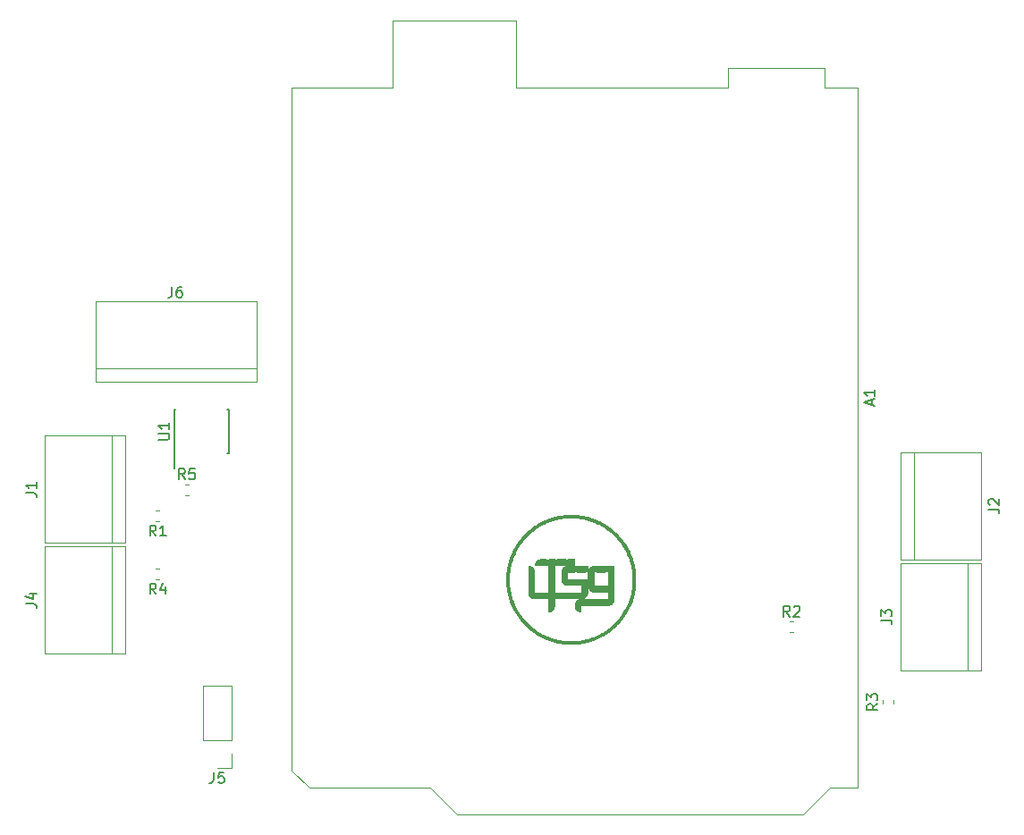
<source format=gbr>
G04 #@! TF.GenerationSoftware,KiCad,Pcbnew,5.0.2-bee76a0~70~ubuntu18.04.1*
G04 #@! TF.CreationDate,2019-06-06T20:44:49+02:00*
G04 #@! TF.ProjectId,dmxBridge,646d7842-7269-4646-9765-2e6b69636164,rev?*
G04 #@! TF.SameCoordinates,Original*
G04 #@! TF.FileFunction,Legend,Top*
G04 #@! TF.FilePolarity,Positive*
%FSLAX46Y46*%
G04 Gerber Fmt 4.6, Leading zero omitted, Abs format (unit mm)*
G04 Created by KiCad (PCBNEW 5.0.2-bee76a0~70~ubuntu18.04.1) date Thu 06 Jun 2019 20:44:49 CEST*
%MOMM*%
%LPD*%
G01*
G04 APERTURE LIST*
%ADD10C,0.120000*%
%ADD11C,0.150000*%
%ADD12C,0.010000*%
G04 APERTURE END LIST*
D10*
G04 #@! TO.C,A1*
X64190000Y-72270000D02*
X96960000Y-72270000D01*
X96960000Y-72270000D02*
X99500000Y-69730000D01*
X99500000Y-69730000D02*
X102170000Y-69730000D01*
X102170000Y-69730000D02*
X102170000Y-3430000D01*
X102170000Y-3430000D02*
X98990000Y-3430000D01*
X98990000Y-3430000D02*
X98990000Y-1530000D01*
X98990000Y-1530000D02*
X89850000Y-1530000D01*
X89850000Y-1530000D02*
X89850000Y-3430000D01*
X89850000Y-3430000D02*
X69780000Y-3430000D01*
X69780000Y-3430000D02*
X69780000Y2920000D01*
X69780000Y2920000D02*
X58100000Y2920000D01*
X58100000Y2920000D02*
X58100000Y-3430000D01*
X58100000Y-3430000D02*
X48570000Y-3430000D01*
X48570000Y-3430000D02*
X48570000Y-68080000D01*
X48570000Y-68080000D02*
X50220000Y-69730000D01*
X50220000Y-69730000D02*
X61650000Y-69730000D01*
X61650000Y-69730000D02*
X64190000Y-72270000D01*
G04 #@! TO.C,J1*
X31540000Y-36380000D02*
X31540000Y-46540000D01*
X32810000Y-36380000D02*
X25190000Y-36380000D01*
X25190000Y-36380000D02*
X25190000Y-46540000D01*
X25190000Y-46540000D02*
X32810000Y-46540000D01*
X32810000Y-46540000D02*
X32810000Y-36380000D01*
G04 #@! TO.C,J2*
X106190000Y-37960000D02*
X106190000Y-48120000D01*
X113810000Y-37960000D02*
X106190000Y-37960000D01*
X113810000Y-48120000D02*
X113810000Y-37960000D01*
X106190000Y-48120000D02*
X113810000Y-48120000D01*
X107460000Y-48120000D02*
X107460000Y-37960000D01*
G04 #@! TO.C,J3*
X112540000Y-48460000D02*
X112540000Y-58620000D01*
X113810000Y-48460000D02*
X106190000Y-48460000D01*
X106190000Y-48460000D02*
X106190000Y-58620000D01*
X106190000Y-58620000D02*
X113810000Y-58620000D01*
X113810000Y-58620000D02*
X113810000Y-48460000D01*
G04 #@! TO.C,J4*
X32810000Y-57040000D02*
X32810000Y-46880000D01*
X25190000Y-57040000D02*
X32810000Y-57040000D01*
X25190000Y-46880000D02*
X25190000Y-57040000D01*
X32810000Y-46880000D02*
X25190000Y-46880000D01*
X31540000Y-46880000D02*
X31540000Y-57040000D01*
G04 #@! TO.C,J5*
X42830000Y-60090000D02*
X40170000Y-60090000D01*
X42830000Y-65230000D02*
X42830000Y-60090000D01*
X40170000Y-65230000D02*
X40170000Y-60090000D01*
X42830000Y-65230000D02*
X40170000Y-65230000D01*
X42830000Y-66500000D02*
X42830000Y-67830000D01*
X42830000Y-67830000D02*
X41500000Y-67830000D01*
G04 #@! TO.C,J6*
X29960000Y-31310000D02*
X29960000Y-23690000D01*
X45200000Y-31310000D02*
X45200000Y-23690000D01*
X29960000Y-30040000D02*
X45200000Y-30040000D01*
X29960000Y-23690000D02*
X45200000Y-23690000D01*
X29960000Y-31310000D02*
X45200000Y-31310000D01*
G04 #@! TO.C,R1*
X36046267Y-43490000D02*
X35703733Y-43490000D01*
X36046267Y-44510000D02*
X35703733Y-44510000D01*
G04 #@! TO.C,R2*
X95703733Y-53990000D02*
X96046267Y-53990000D01*
X95703733Y-55010000D02*
X96046267Y-55010000D01*
G04 #@! TO.C,R3*
X105510000Y-61796267D02*
X105510000Y-61453733D01*
X104490000Y-61796267D02*
X104490000Y-61453733D01*
G04 #@! TO.C,R4*
X36046267Y-50010000D02*
X35703733Y-50010000D01*
X36046267Y-48990000D02*
X35703733Y-48990000D01*
G04 #@! TO.C,R5*
X38453733Y-40990000D02*
X38796267Y-40990000D01*
X38453733Y-42010000D02*
X38796267Y-42010000D01*
D11*
G04 #@! TO.C,U1*
X37425000Y-38075000D02*
X37475000Y-38075000D01*
X37425000Y-33925000D02*
X37570000Y-33925000D01*
X42575000Y-33925000D02*
X42430000Y-33925000D01*
X42575000Y-38075000D02*
X42430000Y-38075000D01*
X37425000Y-38075000D02*
X37425000Y-33925000D01*
X42575000Y-38075000D02*
X42575000Y-33925000D01*
X37475000Y-38075000D02*
X37475000Y-39475000D01*
D12*
G04 #@! TO.C,G\002A\002A\002A*
G36*
X75172159Y-43894718D02*
X75269240Y-43898987D01*
X75381267Y-43906040D01*
X75494917Y-43915353D01*
X75609751Y-43926839D01*
X75725335Y-43940415D01*
X75841233Y-43955996D01*
X75957007Y-43973496D01*
X76072223Y-43992832D01*
X76186444Y-44013918D01*
X76299234Y-44036670D01*
X76410157Y-44061003D01*
X76518778Y-44086832D01*
X76624659Y-44114072D01*
X76727365Y-44142639D01*
X76826460Y-44172447D01*
X76921507Y-44203413D01*
X77012072Y-44235451D01*
X77025429Y-44240413D01*
X77089534Y-44264837D01*
X77156190Y-44291087D01*
X77224842Y-44318912D01*
X77294930Y-44348061D01*
X77365899Y-44378282D01*
X77437191Y-44409324D01*
X77508248Y-44440936D01*
X77578514Y-44472866D01*
X77647431Y-44504863D01*
X77714443Y-44536676D01*
X77778991Y-44568054D01*
X77840520Y-44598745D01*
X77898471Y-44628498D01*
X77952287Y-44657062D01*
X77966720Y-44664912D01*
X78005644Y-44686724D01*
X78048054Y-44711446D01*
X78093498Y-44738778D01*
X78141527Y-44768418D01*
X78191688Y-44800067D01*
X78243530Y-44833424D01*
X78296602Y-44868189D01*
X78350454Y-44904061D01*
X78404633Y-44940740D01*
X78458689Y-44977925D01*
X78512171Y-45015317D01*
X78564627Y-45052613D01*
X78615606Y-45089515D01*
X78664658Y-45125721D01*
X78709670Y-45159665D01*
X78837966Y-45260507D01*
X78964439Y-45365862D01*
X79088704Y-45475372D01*
X79210378Y-45588676D01*
X79329074Y-45705418D01*
X79444410Y-45825236D01*
X79556001Y-45947774D01*
X79565690Y-45958745D01*
X79679141Y-46091230D01*
X79788658Y-46226615D01*
X79894173Y-46364773D01*
X79995618Y-46505575D01*
X80092927Y-46648895D01*
X80186030Y-46794604D01*
X80274859Y-46942574D01*
X80359348Y-47092679D01*
X80439427Y-47244790D01*
X80515030Y-47398779D01*
X80586087Y-47554519D01*
X80652532Y-47711882D01*
X80714296Y-47870740D01*
X80771312Y-48030965D01*
X80823511Y-48192431D01*
X80870826Y-48355008D01*
X80901706Y-48472190D01*
X80930413Y-48589577D01*
X80956396Y-48703314D01*
X80979745Y-48813975D01*
X81000554Y-48922137D01*
X81018913Y-49028376D01*
X81034915Y-49133270D01*
X81048650Y-49237392D01*
X81060212Y-49341322D01*
X81069690Y-49445633D01*
X81077178Y-49550904D01*
X81079370Y-49588520D01*
X81082278Y-49647085D01*
X81084740Y-49708524D01*
X81086760Y-49772270D01*
X81088338Y-49837759D01*
X81089476Y-49904428D01*
X81090176Y-49971711D01*
X81090438Y-50039044D01*
X81090265Y-50105862D01*
X81089658Y-50171602D01*
X81088619Y-50235699D01*
X81087150Y-50297587D01*
X81085251Y-50356704D01*
X81082925Y-50412484D01*
X81080172Y-50464363D01*
X81076996Y-50511776D01*
X81076800Y-50514350D01*
X81072294Y-50567525D01*
X81066609Y-50624846D01*
X81059853Y-50685542D01*
X81052132Y-50748843D01*
X81043553Y-50813980D01*
X81034223Y-50880182D01*
X81024249Y-50946680D01*
X81013737Y-51012703D01*
X81002795Y-51077483D01*
X80991530Y-51140249D01*
X80985507Y-51172210D01*
X80949736Y-51345488D01*
X80909223Y-51516953D01*
X80863977Y-51686581D01*
X80814007Y-51854349D01*
X80759325Y-52020232D01*
X80699939Y-52184208D01*
X80635858Y-52346254D01*
X80567093Y-52506345D01*
X80493652Y-52664459D01*
X80415547Y-52820571D01*
X80332785Y-52974659D01*
X80245377Y-53126699D01*
X80153332Y-53276668D01*
X80074269Y-53398281D01*
X79984226Y-53529989D01*
X79892673Y-53657227D01*
X79799220Y-53780445D01*
X79703475Y-53900093D01*
X79605046Y-54016621D01*
X79503541Y-54130480D01*
X79398570Y-54242119D01*
X79289741Y-54351988D01*
X79176662Y-54460539D01*
X79058942Y-54568219D01*
X79048760Y-54577302D01*
X78951910Y-54661699D01*
X78852298Y-54744968D01*
X78750508Y-54826678D01*
X78647123Y-54906399D01*
X78542727Y-54983701D01*
X78437905Y-55058152D01*
X78333240Y-55129322D01*
X78229316Y-55196781D01*
X78126717Y-55260098D01*
X78106420Y-55272219D01*
X78067474Y-55294883D01*
X78024322Y-55319158D01*
X77977479Y-55344791D01*
X77927463Y-55371528D01*
X77874792Y-55399116D01*
X77819984Y-55427301D01*
X77763556Y-55455829D01*
X77706026Y-55484447D01*
X77647910Y-55512902D01*
X77589728Y-55540940D01*
X77531995Y-55568306D01*
X77475231Y-55594749D01*
X77419952Y-55620013D01*
X77366675Y-55643846D01*
X77315920Y-55665994D01*
X77268202Y-55686204D01*
X77227580Y-55702806D01*
X77100913Y-55751481D01*
X76970206Y-55797728D01*
X76835938Y-55841433D01*
X76698590Y-55882485D01*
X76558642Y-55920769D01*
X76416574Y-55956174D01*
X76272867Y-55988586D01*
X76128002Y-56017894D01*
X75982457Y-56043983D01*
X75836715Y-56066741D01*
X75691255Y-56086056D01*
X75546558Y-56101815D01*
X75515620Y-56104725D01*
X75492627Y-56106757D01*
X75470410Y-56108562D01*
X75448446Y-56110159D01*
X75426212Y-56111571D01*
X75403184Y-56112819D01*
X75378841Y-56113924D01*
X75352659Y-56114906D01*
X75324116Y-56115788D01*
X75292688Y-56116591D01*
X75257853Y-56117335D01*
X75219088Y-56118042D01*
X75175869Y-56118733D01*
X75166692Y-56118871D01*
X75126637Y-56119447D01*
X75090470Y-56119924D01*
X75057420Y-56120299D01*
X75026719Y-56120574D01*
X74997598Y-56120747D01*
X74969289Y-56120818D01*
X74941022Y-56120786D01*
X74912030Y-56120652D01*
X74881543Y-56120415D01*
X74848793Y-56120075D01*
X74813010Y-56119630D01*
X74773427Y-56119082D01*
X74744730Y-56118661D01*
X74698093Y-56117873D01*
X74655685Y-56116934D01*
X74616657Y-56115790D01*
X74580158Y-56114385D01*
X74545338Y-56112663D01*
X74511347Y-56110569D01*
X74477335Y-56108048D01*
X74442453Y-56105043D01*
X74405849Y-56101501D01*
X74366675Y-56097364D01*
X74324081Y-56092579D01*
X74297690Y-56089509D01*
X74150130Y-56070357D01*
X74001844Y-56047531D01*
X73853348Y-56021159D01*
X73705157Y-55991370D01*
X73557788Y-55958292D01*
X73411758Y-55922056D01*
X73267581Y-55882788D01*
X73125774Y-55840618D01*
X72986854Y-55795676D01*
X72851336Y-55748089D01*
X72719736Y-55697986D01*
X72705414Y-55692283D01*
X72664806Y-55675615D01*
X72620354Y-55656589D01*
X72572569Y-55635460D01*
X72521963Y-55612484D01*
X72469048Y-55587916D01*
X72414335Y-55562013D01*
X72358335Y-55535028D01*
X72301561Y-55507219D01*
X72244524Y-55478841D01*
X72187736Y-55450148D01*
X72131707Y-55421397D01*
X72076951Y-55392843D01*
X72023979Y-55364743D01*
X71973301Y-55337350D01*
X71925431Y-55310921D01*
X71880879Y-55285712D01*
X71840157Y-55261977D01*
X71821368Y-55250728D01*
X71697504Y-55173597D01*
X71573580Y-55092059D01*
X71450354Y-55006675D01*
X71328580Y-54918005D01*
X71209014Y-54826610D01*
X71092412Y-54733050D01*
X70979530Y-54637886D01*
X70897900Y-54565918D01*
X70824367Y-54498565D01*
X70749917Y-54427996D01*
X70675528Y-54355190D01*
X70602177Y-54281130D01*
X70530843Y-54206795D01*
X70462503Y-54133168D01*
X70424116Y-54090606D01*
X70319974Y-53970717D01*
X70218204Y-53847349D01*
X70119194Y-53721036D01*
X70023337Y-53592317D01*
X69931020Y-53461726D01*
X69842634Y-53329801D01*
X69758570Y-53197077D01*
X69684386Y-53073014D01*
X69598856Y-52920723D01*
X69517979Y-52766423D01*
X69441750Y-52610103D01*
X69370166Y-52451748D01*
X69303221Y-52291349D01*
X69240913Y-52128892D01*
X69183235Y-51964365D01*
X69130185Y-51797755D01*
X69081756Y-51629052D01*
X69037946Y-51458242D01*
X68998750Y-51285314D01*
X68964163Y-51110254D01*
X68946108Y-51007110D01*
X68938901Y-50962497D01*
X68931678Y-50915087D01*
X68924541Y-50865691D01*
X68917592Y-50815120D01*
X68910932Y-50764187D01*
X68904664Y-50713703D01*
X68898890Y-50664480D01*
X68893711Y-50617329D01*
X68889229Y-50573063D01*
X68885546Y-50532492D01*
X68883784Y-50510540D01*
X68881979Y-50483368D01*
X68880330Y-50451885D01*
X68878838Y-50416496D01*
X68877502Y-50377608D01*
X68876323Y-50335629D01*
X68875300Y-50290963D01*
X68874434Y-50244020D01*
X68873724Y-50195203D01*
X68873170Y-50144922D01*
X68872773Y-50093581D01*
X68872532Y-50041588D01*
X68872457Y-49994842D01*
X69122980Y-49994842D01*
X69123051Y-50031654D01*
X69123212Y-50067067D01*
X69123467Y-50100543D01*
X69123818Y-50131540D01*
X69124267Y-50159520D01*
X69124724Y-50180340D01*
X69126302Y-50239338D01*
X69127945Y-50293791D01*
X69129693Y-50344232D01*
X69131588Y-50391195D01*
X69133670Y-50435215D01*
X69135979Y-50476825D01*
X69138557Y-50516559D01*
X69141443Y-50554953D01*
X69144678Y-50592538D01*
X69148303Y-50629851D01*
X69152359Y-50667424D01*
X69156885Y-50705793D01*
X69161924Y-50745490D01*
X69167514Y-50787050D01*
X69173698Y-50831008D01*
X69174720Y-50838130D01*
X69198007Y-50988333D01*
X69224135Y-51134752D01*
X69253260Y-51277914D01*
X69285540Y-51418350D01*
X69321135Y-51556588D01*
X69360200Y-51693158D01*
X69402894Y-51828589D01*
X69449375Y-51963410D01*
X69499801Y-52098150D01*
X69554328Y-52233338D01*
X69613116Y-52369503D01*
X69665482Y-52484120D01*
X69697910Y-52552564D01*
X69730704Y-52620128D01*
X69763573Y-52686250D01*
X69796229Y-52750367D01*
X69828380Y-52811916D01*
X69859738Y-52870336D01*
X69890011Y-52925064D01*
X69918212Y-52974340D01*
X69945088Y-53019546D01*
X69974821Y-53067960D01*
X70006968Y-53118926D01*
X70041090Y-53171785D01*
X70076744Y-53225880D01*
X70113492Y-53280555D01*
X70150892Y-53335151D01*
X70188503Y-53389013D01*
X70225885Y-53441482D01*
X70262597Y-53491901D01*
X70289490Y-53528060D01*
X70394644Y-53663836D01*
X70503911Y-53796702D01*
X70617138Y-53926503D01*
X70734172Y-54053086D01*
X70854858Y-54176296D01*
X70979044Y-54295980D01*
X71106575Y-54411982D01*
X71237299Y-54524149D01*
X71371060Y-54632327D01*
X71452890Y-54695389D01*
X71586350Y-54793522D01*
X71721060Y-54886865D01*
X71857367Y-54975630D01*
X71995616Y-55060025D01*
X72136155Y-55140260D01*
X72279331Y-55216547D01*
X72425489Y-55289093D01*
X72461270Y-55306075D01*
X72575617Y-55358846D01*
X72687302Y-55408251D01*
X72796821Y-55454434D01*
X72904671Y-55497537D01*
X73011347Y-55537704D01*
X73117348Y-55575076D01*
X73223168Y-55609797D01*
X73329305Y-55642009D01*
X73436255Y-55671855D01*
X73544515Y-55699478D01*
X73654581Y-55725020D01*
X73766949Y-55748624D01*
X73882117Y-55770433D01*
X74000581Y-55790589D01*
X74122837Y-55809236D01*
X74249381Y-55826515D01*
X74290070Y-55831680D01*
X74331109Y-55836779D01*
X74367578Y-55841256D01*
X74399943Y-55845155D01*
X74428671Y-55848519D01*
X74454227Y-55851393D01*
X74477078Y-55853820D01*
X74497691Y-55855842D01*
X74516531Y-55857506D01*
X74534064Y-55858852D01*
X74550757Y-55859927D01*
X74567076Y-55860772D01*
X74583487Y-55861432D01*
X74600457Y-55861950D01*
X74617730Y-55862356D01*
X74637442Y-55862681D01*
X74661721Y-55862938D01*
X74690053Y-55863130D01*
X74721927Y-55863258D01*
X74756830Y-55863325D01*
X74794248Y-55863332D01*
X74833668Y-55863283D01*
X74874579Y-55863179D01*
X74916467Y-55863022D01*
X74958820Y-55862815D01*
X75001124Y-55862560D01*
X75042867Y-55862259D01*
X75083536Y-55861914D01*
X75122619Y-55861527D01*
X75159602Y-55861102D01*
X75193972Y-55860639D01*
X75225218Y-55860141D01*
X75251460Y-55859639D01*
X75306591Y-55858343D01*
X75358124Y-55856826D01*
X75406659Y-55855029D01*
X75452794Y-55852893D01*
X75497129Y-55850360D01*
X75540262Y-55847371D01*
X75582793Y-55843867D01*
X75625321Y-55839789D01*
X75668444Y-55835080D01*
X75712761Y-55829680D01*
X75758873Y-55823531D01*
X75807377Y-55816574D01*
X75858873Y-55808751D01*
X75913960Y-55800002D01*
X75973237Y-55790270D01*
X75991870Y-55787159D01*
X76121857Y-55764010D01*
X76248006Y-55738696D01*
X76371175Y-55710982D01*
X76492224Y-55680633D01*
X76612013Y-55647417D01*
X76731400Y-55611099D01*
X76851246Y-55571445D01*
X76972409Y-55528221D01*
X77049780Y-55499062D01*
X77133446Y-55466164D01*
X77218070Y-55431456D01*
X77303095Y-55395206D01*
X77387965Y-55357681D01*
X77472122Y-55319146D01*
X77555010Y-55279870D01*
X77636071Y-55240118D01*
X77714750Y-55200158D01*
X77790490Y-55160256D01*
X77862733Y-55120679D01*
X77930924Y-55081694D01*
X77973070Y-55056640D01*
X78097936Y-54979091D01*
X78221846Y-54898009D01*
X78344222Y-54813821D01*
X78464490Y-54726954D01*
X78582073Y-54637836D01*
X78696397Y-54546893D01*
X78806887Y-54454552D01*
X78912965Y-54361241D01*
X78925570Y-54349818D01*
X78959112Y-54318960D01*
X78994845Y-54285424D01*
X79032101Y-54249873D01*
X79070208Y-54212969D01*
X79108498Y-54175374D01*
X79146300Y-54137751D01*
X79182944Y-54100762D01*
X79217762Y-54065068D01*
X79250084Y-54031333D01*
X79279239Y-54000217D01*
X79280151Y-53999230D01*
X79392691Y-53874042D01*
X79501082Y-53746650D01*
X79605546Y-53616752D01*
X79706304Y-53484045D01*
X79803577Y-53348227D01*
X79897587Y-53208997D01*
X79988554Y-53066052D01*
X80076699Y-52919089D01*
X80099081Y-52880360D01*
X80116048Y-52850571D01*
X80131806Y-52822434D01*
X80146676Y-52795314D01*
X80160979Y-52768580D01*
X80175036Y-52741599D01*
X80189168Y-52713737D01*
X80203695Y-52684363D01*
X80218939Y-52652843D01*
X80235221Y-52618544D01*
X80252862Y-52580835D01*
X80271994Y-52539490D01*
X80312400Y-52450839D01*
X80350184Y-52365901D01*
X80385546Y-52284161D01*
X80418685Y-52205107D01*
X80449799Y-52128226D01*
X80479090Y-52053006D01*
X80506755Y-51978933D01*
X80532995Y-51905495D01*
X80558009Y-51832179D01*
X80581996Y-51758471D01*
X80605156Y-51683860D01*
X80606795Y-51678448D01*
X80645641Y-51542604D01*
X80681202Y-51403080D01*
X80713441Y-51260105D01*
X80742317Y-51113908D01*
X80767792Y-50964717D01*
X80789826Y-50812762D01*
X80808381Y-50658271D01*
X80823417Y-50501472D01*
X80834878Y-50342900D01*
X80835513Y-50329424D01*
X80836083Y-50311350D01*
X80836588Y-50289160D01*
X80837027Y-50263335D01*
X80837400Y-50234358D01*
X80837708Y-50202709D01*
X80837951Y-50168870D01*
X80838127Y-50133323D01*
X80838238Y-50096550D01*
X80838284Y-50059032D01*
X80838263Y-50021250D01*
X80838177Y-49983687D01*
X80838024Y-49946825D01*
X80837806Y-49911143D01*
X80837522Y-49877126D01*
X80837171Y-49845253D01*
X80836755Y-49816007D01*
X80836272Y-49789869D01*
X80835723Y-49767321D01*
X80835108Y-49748845D01*
X80834936Y-49744730D01*
X80832601Y-49693517D01*
X80830294Y-49646635D01*
X80827955Y-49603336D01*
X80825524Y-49562872D01*
X80822940Y-49524493D01*
X80820144Y-49487452D01*
X80817075Y-49450999D01*
X80813674Y-49414388D01*
X80809879Y-49376870D01*
X80805631Y-49337695D01*
X80800871Y-49296117D01*
X80795537Y-49251386D01*
X80794837Y-49245620D01*
X80789455Y-49201726D01*
X80784490Y-49162162D01*
X80779826Y-49126206D01*
X80775348Y-49093136D01*
X80770940Y-49062231D01*
X80766486Y-49032767D01*
X80761871Y-49004024D01*
X80756980Y-48975279D01*
X80751696Y-48945811D01*
X80745904Y-48914897D01*
X80739489Y-48881815D01*
X80732334Y-48845844D01*
X80725088Y-48810010D01*
X80692148Y-48659794D01*
X80654341Y-48508930D01*
X80611787Y-48357729D01*
X80564606Y-48206505D01*
X80512918Y-48055571D01*
X80456844Y-47905238D01*
X80396504Y-47755819D01*
X80332020Y-47607627D01*
X80263510Y-47460974D01*
X80191097Y-47316174D01*
X80114899Y-47173538D01*
X80051310Y-47061220D01*
X79965546Y-46918534D01*
X79875205Y-46777890D01*
X79780432Y-46639447D01*
X79681370Y-46503368D01*
X79578163Y-46369814D01*
X79470955Y-46238946D01*
X79359888Y-46110926D01*
X79245108Y-45985914D01*
X79126757Y-45864073D01*
X79004979Y-45745563D01*
X78879917Y-45630547D01*
X78751716Y-45519185D01*
X78620518Y-45411638D01*
X78500120Y-45318334D01*
X78362809Y-45217810D01*
X78223624Y-45121976D01*
X78082425Y-45030748D01*
X77939074Y-44944043D01*
X77793433Y-44861777D01*
X77645364Y-44783867D01*
X77498090Y-44711811D01*
X77369716Y-44652755D01*
X77243319Y-44597636D01*
X77118378Y-44546302D01*
X76994371Y-44498600D01*
X76870775Y-44454377D01*
X76747068Y-44413479D01*
X76622729Y-44375754D01*
X76497236Y-44341047D01*
X76370066Y-44309207D01*
X76240697Y-44280081D01*
X76108609Y-44253514D01*
X75973278Y-44229353D01*
X75834182Y-44207447D01*
X75727710Y-44192489D01*
X75683115Y-44186677D01*
X75640308Y-44181425D01*
X75598826Y-44176707D01*
X75558202Y-44172498D01*
X75517971Y-44168773D01*
X75477669Y-44165507D01*
X75436830Y-44162675D01*
X75394989Y-44160252D01*
X75351682Y-44158214D01*
X75306442Y-44156535D01*
X75258806Y-44155190D01*
X75208307Y-44154154D01*
X75154481Y-44153402D01*
X75096863Y-44152910D01*
X75034987Y-44152653D01*
X74984760Y-44152598D01*
X74915900Y-44152721D01*
X74851611Y-44153105D01*
X74791387Y-44153783D01*
X74734725Y-44154786D01*
X74681120Y-44156147D01*
X74630067Y-44157898D01*
X74581062Y-44160072D01*
X74533600Y-44162701D01*
X74487176Y-44165817D01*
X74441287Y-44169452D01*
X74395428Y-44173639D01*
X74349094Y-44178410D01*
X74301780Y-44183797D01*
X74252983Y-44189833D01*
X74202197Y-44196550D01*
X74148919Y-44203979D01*
X74122430Y-44207791D01*
X73993932Y-44227629D01*
X73868948Y-44249374D01*
X73746964Y-44273185D01*
X73627463Y-44299219D01*
X73509930Y-44327632D01*
X73393849Y-44358583D01*
X73278706Y-44392228D01*
X73163984Y-44428725D01*
X73049169Y-44468232D01*
X72933744Y-44510905D01*
X72817195Y-44556902D01*
X72699006Y-44606379D01*
X72578661Y-44659496D01*
X72455646Y-44716408D01*
X72454920Y-44716752D01*
X72306005Y-44789944D01*
X72158882Y-44867821D01*
X72013702Y-44950256D01*
X71870618Y-45037126D01*
X71729780Y-45128307D01*
X71591342Y-45223673D01*
X71455455Y-45323101D01*
X71322271Y-45426465D01*
X71191942Y-45533641D01*
X71064620Y-45644505D01*
X70940457Y-45758933D01*
X70819605Y-45876799D01*
X70702215Y-45997980D01*
X70588440Y-46122350D01*
X70478432Y-46249786D01*
X70372342Y-46380163D01*
X70283213Y-46496070D01*
X70183058Y-46634082D01*
X70086955Y-46775095D01*
X69994971Y-46918961D01*
X69907171Y-47065534D01*
X69823622Y-47214664D01*
X69744388Y-47366206D01*
X69669537Y-47520012D01*
X69599133Y-47675933D01*
X69533243Y-47833823D01*
X69471932Y-47993535D01*
X69415267Y-48154920D01*
X69363313Y-48317831D01*
X69316136Y-48482121D01*
X69273801Y-48647643D01*
X69236376Y-48814249D01*
X69226583Y-48862080D01*
X69220614Y-48892541D01*
X69214948Y-48922904D01*
X69209497Y-48953737D01*
X69204174Y-48985609D01*
X69198893Y-49019087D01*
X69193567Y-49054741D01*
X69188108Y-49093137D01*
X69182429Y-49134846D01*
X69176444Y-49180434D01*
X69170065Y-49230470D01*
X69169597Y-49234190D01*
X69160609Y-49307255D01*
X69152637Y-49375377D01*
X69145678Y-49438591D01*
X69139730Y-49496930D01*
X69134787Y-49550428D01*
X69130848Y-49599119D01*
X69127909Y-49643037D01*
X69127398Y-49652020D01*
X69126653Y-49668583D01*
X69125968Y-49689687D01*
X69125347Y-49714791D01*
X69124792Y-49743354D01*
X69124305Y-49774839D01*
X69123890Y-49808703D01*
X69123548Y-49844409D01*
X69123284Y-49881415D01*
X69123100Y-49919183D01*
X69122997Y-49957172D01*
X69122980Y-49994842D01*
X68872457Y-49994842D01*
X68872448Y-49989350D01*
X68872520Y-49937273D01*
X68872748Y-49885763D01*
X68873133Y-49835227D01*
X68873674Y-49786073D01*
X68874372Y-49738706D01*
X68875225Y-49693533D01*
X68876236Y-49650961D01*
X68877402Y-49611397D01*
X68878725Y-49575247D01*
X68880204Y-49542917D01*
X68881839Y-49514815D01*
X68883631Y-49491347D01*
X68883801Y-49489460D01*
X68886426Y-49462738D01*
X68889776Y-49431726D01*
X68893757Y-49397148D01*
X68898274Y-49359726D01*
X68903234Y-49320184D01*
X68908540Y-49279245D01*
X68914100Y-49237633D01*
X68919818Y-49196070D01*
X68925601Y-49155280D01*
X68931352Y-49115987D01*
X68936979Y-49078913D01*
X68939711Y-49061470D01*
X68968852Y-48891095D01*
X69001832Y-48723879D01*
X69038744Y-48559554D01*
X69079678Y-48397850D01*
X69124726Y-48238498D01*
X69173980Y-48081229D01*
X69227529Y-47925773D01*
X69285467Y-47771862D01*
X69347884Y-47619226D01*
X69414871Y-47467596D01*
X69486520Y-47316703D01*
X69562922Y-47166278D01*
X69617139Y-47065030D01*
X69700650Y-46917461D01*
X69788792Y-46771832D01*
X69881443Y-46628286D01*
X69978481Y-46486972D01*
X70079782Y-46348037D01*
X70185225Y-46211625D01*
X70294687Y-46077886D01*
X70408046Y-45946964D01*
X70525179Y-45819007D01*
X70645964Y-45694161D01*
X70770278Y-45572573D01*
X70897999Y-45454390D01*
X71029005Y-45339758D01*
X71122312Y-45261940D01*
X71219507Y-45184192D01*
X71319134Y-45107822D01*
X71420559Y-45033265D01*
X71523150Y-44960954D01*
X71626272Y-44891324D01*
X71729293Y-44824807D01*
X71831577Y-44761839D01*
X71932492Y-44702853D01*
X71967240Y-44683303D01*
X72002888Y-44663774D01*
X72042660Y-44642565D01*
X72085992Y-44619950D01*
X72132319Y-44596204D01*
X72181076Y-44571601D01*
X72231698Y-44546417D01*
X72283621Y-44520925D01*
X72336280Y-44495400D01*
X72389111Y-44470118D01*
X72441549Y-44445352D01*
X72493028Y-44421377D01*
X72542985Y-44398468D01*
X72590855Y-44376899D01*
X72636073Y-44356945D01*
X72656850Y-44347944D01*
X72747226Y-44310459D01*
X72842134Y-44273792D01*
X72941066Y-44238090D01*
X73043517Y-44203504D01*
X73148982Y-44170182D01*
X73256956Y-44138273D01*
X73366932Y-44107926D01*
X73478405Y-44079289D01*
X73590870Y-44052512D01*
X73703821Y-44027744D01*
X73816753Y-44005133D01*
X73827790Y-44003041D01*
X74000603Y-43972722D01*
X74172148Y-43947191D01*
X74342378Y-43926450D01*
X74511247Y-43910502D01*
X74678706Y-43899352D01*
X74844710Y-43893002D01*
X75009209Y-43891456D01*
X75172159Y-43894718D01*
X75172159Y-43894718D01*
G37*
X75172159Y-43894718D02*
X75269240Y-43898987D01*
X75381267Y-43906040D01*
X75494917Y-43915353D01*
X75609751Y-43926839D01*
X75725335Y-43940415D01*
X75841233Y-43955996D01*
X75957007Y-43973496D01*
X76072223Y-43992832D01*
X76186444Y-44013918D01*
X76299234Y-44036670D01*
X76410157Y-44061003D01*
X76518778Y-44086832D01*
X76624659Y-44114072D01*
X76727365Y-44142639D01*
X76826460Y-44172447D01*
X76921507Y-44203413D01*
X77012072Y-44235451D01*
X77025429Y-44240413D01*
X77089534Y-44264837D01*
X77156190Y-44291087D01*
X77224842Y-44318912D01*
X77294930Y-44348061D01*
X77365899Y-44378282D01*
X77437191Y-44409324D01*
X77508248Y-44440936D01*
X77578514Y-44472866D01*
X77647431Y-44504863D01*
X77714443Y-44536676D01*
X77778991Y-44568054D01*
X77840520Y-44598745D01*
X77898471Y-44628498D01*
X77952287Y-44657062D01*
X77966720Y-44664912D01*
X78005644Y-44686724D01*
X78048054Y-44711446D01*
X78093498Y-44738778D01*
X78141527Y-44768418D01*
X78191688Y-44800067D01*
X78243530Y-44833424D01*
X78296602Y-44868189D01*
X78350454Y-44904061D01*
X78404633Y-44940740D01*
X78458689Y-44977925D01*
X78512171Y-45015317D01*
X78564627Y-45052613D01*
X78615606Y-45089515D01*
X78664658Y-45125721D01*
X78709670Y-45159665D01*
X78837966Y-45260507D01*
X78964439Y-45365862D01*
X79088704Y-45475372D01*
X79210378Y-45588676D01*
X79329074Y-45705418D01*
X79444410Y-45825236D01*
X79556001Y-45947774D01*
X79565690Y-45958745D01*
X79679141Y-46091230D01*
X79788658Y-46226615D01*
X79894173Y-46364773D01*
X79995618Y-46505575D01*
X80092927Y-46648895D01*
X80186030Y-46794604D01*
X80274859Y-46942574D01*
X80359348Y-47092679D01*
X80439427Y-47244790D01*
X80515030Y-47398779D01*
X80586087Y-47554519D01*
X80652532Y-47711882D01*
X80714296Y-47870740D01*
X80771312Y-48030965D01*
X80823511Y-48192431D01*
X80870826Y-48355008D01*
X80901706Y-48472190D01*
X80930413Y-48589577D01*
X80956396Y-48703314D01*
X80979745Y-48813975D01*
X81000554Y-48922137D01*
X81018913Y-49028376D01*
X81034915Y-49133270D01*
X81048650Y-49237392D01*
X81060212Y-49341322D01*
X81069690Y-49445633D01*
X81077178Y-49550904D01*
X81079370Y-49588520D01*
X81082278Y-49647085D01*
X81084740Y-49708524D01*
X81086760Y-49772270D01*
X81088338Y-49837759D01*
X81089476Y-49904428D01*
X81090176Y-49971711D01*
X81090438Y-50039044D01*
X81090265Y-50105862D01*
X81089658Y-50171602D01*
X81088619Y-50235699D01*
X81087150Y-50297587D01*
X81085251Y-50356704D01*
X81082925Y-50412484D01*
X81080172Y-50464363D01*
X81076996Y-50511776D01*
X81076800Y-50514350D01*
X81072294Y-50567525D01*
X81066609Y-50624846D01*
X81059853Y-50685542D01*
X81052132Y-50748843D01*
X81043553Y-50813980D01*
X81034223Y-50880182D01*
X81024249Y-50946680D01*
X81013737Y-51012703D01*
X81002795Y-51077483D01*
X80991530Y-51140249D01*
X80985507Y-51172210D01*
X80949736Y-51345488D01*
X80909223Y-51516953D01*
X80863977Y-51686581D01*
X80814007Y-51854349D01*
X80759325Y-52020232D01*
X80699939Y-52184208D01*
X80635858Y-52346254D01*
X80567093Y-52506345D01*
X80493652Y-52664459D01*
X80415547Y-52820571D01*
X80332785Y-52974659D01*
X80245377Y-53126699D01*
X80153332Y-53276668D01*
X80074269Y-53398281D01*
X79984226Y-53529989D01*
X79892673Y-53657227D01*
X79799220Y-53780445D01*
X79703475Y-53900093D01*
X79605046Y-54016621D01*
X79503541Y-54130480D01*
X79398570Y-54242119D01*
X79289741Y-54351988D01*
X79176662Y-54460539D01*
X79058942Y-54568219D01*
X79048760Y-54577302D01*
X78951910Y-54661699D01*
X78852298Y-54744968D01*
X78750508Y-54826678D01*
X78647123Y-54906399D01*
X78542727Y-54983701D01*
X78437905Y-55058152D01*
X78333240Y-55129322D01*
X78229316Y-55196781D01*
X78126717Y-55260098D01*
X78106420Y-55272219D01*
X78067474Y-55294883D01*
X78024322Y-55319158D01*
X77977479Y-55344791D01*
X77927463Y-55371528D01*
X77874792Y-55399116D01*
X77819984Y-55427301D01*
X77763556Y-55455829D01*
X77706026Y-55484447D01*
X77647910Y-55512902D01*
X77589728Y-55540940D01*
X77531995Y-55568306D01*
X77475231Y-55594749D01*
X77419952Y-55620013D01*
X77366675Y-55643846D01*
X77315920Y-55665994D01*
X77268202Y-55686204D01*
X77227580Y-55702806D01*
X77100913Y-55751481D01*
X76970206Y-55797728D01*
X76835938Y-55841433D01*
X76698590Y-55882485D01*
X76558642Y-55920769D01*
X76416574Y-55956174D01*
X76272867Y-55988586D01*
X76128002Y-56017894D01*
X75982457Y-56043983D01*
X75836715Y-56066741D01*
X75691255Y-56086056D01*
X75546558Y-56101815D01*
X75515620Y-56104725D01*
X75492627Y-56106757D01*
X75470410Y-56108562D01*
X75448446Y-56110159D01*
X75426212Y-56111571D01*
X75403184Y-56112819D01*
X75378841Y-56113924D01*
X75352659Y-56114906D01*
X75324116Y-56115788D01*
X75292688Y-56116591D01*
X75257853Y-56117335D01*
X75219088Y-56118042D01*
X75175869Y-56118733D01*
X75166692Y-56118871D01*
X75126637Y-56119447D01*
X75090470Y-56119924D01*
X75057420Y-56120299D01*
X75026719Y-56120574D01*
X74997598Y-56120747D01*
X74969289Y-56120818D01*
X74941022Y-56120786D01*
X74912030Y-56120652D01*
X74881543Y-56120415D01*
X74848793Y-56120075D01*
X74813010Y-56119630D01*
X74773427Y-56119082D01*
X74744730Y-56118661D01*
X74698093Y-56117873D01*
X74655685Y-56116934D01*
X74616657Y-56115790D01*
X74580158Y-56114385D01*
X74545338Y-56112663D01*
X74511347Y-56110569D01*
X74477335Y-56108048D01*
X74442453Y-56105043D01*
X74405849Y-56101501D01*
X74366675Y-56097364D01*
X74324081Y-56092579D01*
X74297690Y-56089509D01*
X74150130Y-56070357D01*
X74001844Y-56047531D01*
X73853348Y-56021159D01*
X73705157Y-55991370D01*
X73557788Y-55958292D01*
X73411758Y-55922056D01*
X73267581Y-55882788D01*
X73125774Y-55840618D01*
X72986854Y-55795676D01*
X72851336Y-55748089D01*
X72719736Y-55697986D01*
X72705414Y-55692283D01*
X72664806Y-55675615D01*
X72620354Y-55656589D01*
X72572569Y-55635460D01*
X72521963Y-55612484D01*
X72469048Y-55587916D01*
X72414335Y-55562013D01*
X72358335Y-55535028D01*
X72301561Y-55507219D01*
X72244524Y-55478841D01*
X72187736Y-55450148D01*
X72131707Y-55421397D01*
X72076951Y-55392843D01*
X72023979Y-55364743D01*
X71973301Y-55337350D01*
X71925431Y-55310921D01*
X71880879Y-55285712D01*
X71840157Y-55261977D01*
X71821368Y-55250728D01*
X71697504Y-55173597D01*
X71573580Y-55092059D01*
X71450354Y-55006675D01*
X71328580Y-54918005D01*
X71209014Y-54826610D01*
X71092412Y-54733050D01*
X70979530Y-54637886D01*
X70897900Y-54565918D01*
X70824367Y-54498565D01*
X70749917Y-54427996D01*
X70675528Y-54355190D01*
X70602177Y-54281130D01*
X70530843Y-54206795D01*
X70462503Y-54133168D01*
X70424116Y-54090606D01*
X70319974Y-53970717D01*
X70218204Y-53847349D01*
X70119194Y-53721036D01*
X70023337Y-53592317D01*
X69931020Y-53461726D01*
X69842634Y-53329801D01*
X69758570Y-53197077D01*
X69684386Y-53073014D01*
X69598856Y-52920723D01*
X69517979Y-52766423D01*
X69441750Y-52610103D01*
X69370166Y-52451748D01*
X69303221Y-52291349D01*
X69240913Y-52128892D01*
X69183235Y-51964365D01*
X69130185Y-51797755D01*
X69081756Y-51629052D01*
X69037946Y-51458242D01*
X68998750Y-51285314D01*
X68964163Y-51110254D01*
X68946108Y-51007110D01*
X68938901Y-50962497D01*
X68931678Y-50915087D01*
X68924541Y-50865691D01*
X68917592Y-50815120D01*
X68910932Y-50764187D01*
X68904664Y-50713703D01*
X68898890Y-50664480D01*
X68893711Y-50617329D01*
X68889229Y-50573063D01*
X68885546Y-50532492D01*
X68883784Y-50510540D01*
X68881979Y-50483368D01*
X68880330Y-50451885D01*
X68878838Y-50416496D01*
X68877502Y-50377608D01*
X68876323Y-50335629D01*
X68875300Y-50290963D01*
X68874434Y-50244020D01*
X68873724Y-50195203D01*
X68873170Y-50144922D01*
X68872773Y-50093581D01*
X68872532Y-50041588D01*
X68872457Y-49994842D01*
X69122980Y-49994842D01*
X69123051Y-50031654D01*
X69123212Y-50067067D01*
X69123467Y-50100543D01*
X69123818Y-50131540D01*
X69124267Y-50159520D01*
X69124724Y-50180340D01*
X69126302Y-50239338D01*
X69127945Y-50293791D01*
X69129693Y-50344232D01*
X69131588Y-50391195D01*
X69133670Y-50435215D01*
X69135979Y-50476825D01*
X69138557Y-50516559D01*
X69141443Y-50554953D01*
X69144678Y-50592538D01*
X69148303Y-50629851D01*
X69152359Y-50667424D01*
X69156885Y-50705793D01*
X69161924Y-50745490D01*
X69167514Y-50787050D01*
X69173698Y-50831008D01*
X69174720Y-50838130D01*
X69198007Y-50988333D01*
X69224135Y-51134752D01*
X69253260Y-51277914D01*
X69285540Y-51418350D01*
X69321135Y-51556588D01*
X69360200Y-51693158D01*
X69402894Y-51828589D01*
X69449375Y-51963410D01*
X69499801Y-52098150D01*
X69554328Y-52233338D01*
X69613116Y-52369503D01*
X69665482Y-52484120D01*
X69697910Y-52552564D01*
X69730704Y-52620128D01*
X69763573Y-52686250D01*
X69796229Y-52750367D01*
X69828380Y-52811916D01*
X69859738Y-52870336D01*
X69890011Y-52925064D01*
X69918212Y-52974340D01*
X69945088Y-53019546D01*
X69974821Y-53067960D01*
X70006968Y-53118926D01*
X70041090Y-53171785D01*
X70076744Y-53225880D01*
X70113492Y-53280555D01*
X70150892Y-53335151D01*
X70188503Y-53389013D01*
X70225885Y-53441482D01*
X70262597Y-53491901D01*
X70289490Y-53528060D01*
X70394644Y-53663836D01*
X70503911Y-53796702D01*
X70617138Y-53926503D01*
X70734172Y-54053086D01*
X70854858Y-54176296D01*
X70979044Y-54295980D01*
X71106575Y-54411982D01*
X71237299Y-54524149D01*
X71371060Y-54632327D01*
X71452890Y-54695389D01*
X71586350Y-54793522D01*
X71721060Y-54886865D01*
X71857367Y-54975630D01*
X71995616Y-55060025D01*
X72136155Y-55140260D01*
X72279331Y-55216547D01*
X72425489Y-55289093D01*
X72461270Y-55306075D01*
X72575617Y-55358846D01*
X72687302Y-55408251D01*
X72796821Y-55454434D01*
X72904671Y-55497537D01*
X73011347Y-55537704D01*
X73117348Y-55575076D01*
X73223168Y-55609797D01*
X73329305Y-55642009D01*
X73436255Y-55671855D01*
X73544515Y-55699478D01*
X73654581Y-55725020D01*
X73766949Y-55748624D01*
X73882117Y-55770433D01*
X74000581Y-55790589D01*
X74122837Y-55809236D01*
X74249381Y-55826515D01*
X74290070Y-55831680D01*
X74331109Y-55836779D01*
X74367578Y-55841256D01*
X74399943Y-55845155D01*
X74428671Y-55848519D01*
X74454227Y-55851393D01*
X74477078Y-55853820D01*
X74497691Y-55855842D01*
X74516531Y-55857506D01*
X74534064Y-55858852D01*
X74550757Y-55859927D01*
X74567076Y-55860772D01*
X74583487Y-55861432D01*
X74600457Y-55861950D01*
X74617730Y-55862356D01*
X74637442Y-55862681D01*
X74661721Y-55862938D01*
X74690053Y-55863130D01*
X74721927Y-55863258D01*
X74756830Y-55863325D01*
X74794248Y-55863332D01*
X74833668Y-55863283D01*
X74874579Y-55863179D01*
X74916467Y-55863022D01*
X74958820Y-55862815D01*
X75001124Y-55862560D01*
X75042867Y-55862259D01*
X75083536Y-55861914D01*
X75122619Y-55861527D01*
X75159602Y-55861102D01*
X75193972Y-55860639D01*
X75225218Y-55860141D01*
X75251460Y-55859639D01*
X75306591Y-55858343D01*
X75358124Y-55856826D01*
X75406659Y-55855029D01*
X75452794Y-55852893D01*
X75497129Y-55850360D01*
X75540262Y-55847371D01*
X75582793Y-55843867D01*
X75625321Y-55839789D01*
X75668444Y-55835080D01*
X75712761Y-55829680D01*
X75758873Y-55823531D01*
X75807377Y-55816574D01*
X75858873Y-55808751D01*
X75913960Y-55800002D01*
X75973237Y-55790270D01*
X75991870Y-55787159D01*
X76121857Y-55764010D01*
X76248006Y-55738696D01*
X76371175Y-55710982D01*
X76492224Y-55680633D01*
X76612013Y-55647417D01*
X76731400Y-55611099D01*
X76851246Y-55571445D01*
X76972409Y-55528221D01*
X77049780Y-55499062D01*
X77133446Y-55466164D01*
X77218070Y-55431456D01*
X77303095Y-55395206D01*
X77387965Y-55357681D01*
X77472122Y-55319146D01*
X77555010Y-55279870D01*
X77636071Y-55240118D01*
X77714750Y-55200158D01*
X77790490Y-55160256D01*
X77862733Y-55120679D01*
X77930924Y-55081694D01*
X77973070Y-55056640D01*
X78097936Y-54979091D01*
X78221846Y-54898009D01*
X78344222Y-54813821D01*
X78464490Y-54726954D01*
X78582073Y-54637836D01*
X78696397Y-54546893D01*
X78806887Y-54454552D01*
X78912965Y-54361241D01*
X78925570Y-54349818D01*
X78959112Y-54318960D01*
X78994845Y-54285424D01*
X79032101Y-54249873D01*
X79070208Y-54212969D01*
X79108498Y-54175374D01*
X79146300Y-54137751D01*
X79182944Y-54100762D01*
X79217762Y-54065068D01*
X79250084Y-54031333D01*
X79279239Y-54000217D01*
X79280151Y-53999230D01*
X79392691Y-53874042D01*
X79501082Y-53746650D01*
X79605546Y-53616752D01*
X79706304Y-53484045D01*
X79803577Y-53348227D01*
X79897587Y-53208997D01*
X79988554Y-53066052D01*
X80076699Y-52919089D01*
X80099081Y-52880360D01*
X80116048Y-52850571D01*
X80131806Y-52822434D01*
X80146676Y-52795314D01*
X80160979Y-52768580D01*
X80175036Y-52741599D01*
X80189168Y-52713737D01*
X80203695Y-52684363D01*
X80218939Y-52652843D01*
X80235221Y-52618544D01*
X80252862Y-52580835D01*
X80271994Y-52539490D01*
X80312400Y-52450839D01*
X80350184Y-52365901D01*
X80385546Y-52284161D01*
X80418685Y-52205107D01*
X80449799Y-52128226D01*
X80479090Y-52053006D01*
X80506755Y-51978933D01*
X80532995Y-51905495D01*
X80558009Y-51832179D01*
X80581996Y-51758471D01*
X80605156Y-51683860D01*
X80606795Y-51678448D01*
X80645641Y-51542604D01*
X80681202Y-51403080D01*
X80713441Y-51260105D01*
X80742317Y-51113908D01*
X80767792Y-50964717D01*
X80789826Y-50812762D01*
X80808381Y-50658271D01*
X80823417Y-50501472D01*
X80834878Y-50342900D01*
X80835513Y-50329424D01*
X80836083Y-50311350D01*
X80836588Y-50289160D01*
X80837027Y-50263335D01*
X80837400Y-50234358D01*
X80837708Y-50202709D01*
X80837951Y-50168870D01*
X80838127Y-50133323D01*
X80838238Y-50096550D01*
X80838284Y-50059032D01*
X80838263Y-50021250D01*
X80838177Y-49983687D01*
X80838024Y-49946825D01*
X80837806Y-49911143D01*
X80837522Y-49877126D01*
X80837171Y-49845253D01*
X80836755Y-49816007D01*
X80836272Y-49789869D01*
X80835723Y-49767321D01*
X80835108Y-49748845D01*
X80834936Y-49744730D01*
X80832601Y-49693517D01*
X80830294Y-49646635D01*
X80827955Y-49603336D01*
X80825524Y-49562872D01*
X80822940Y-49524493D01*
X80820144Y-49487452D01*
X80817075Y-49450999D01*
X80813674Y-49414388D01*
X80809879Y-49376870D01*
X80805631Y-49337695D01*
X80800871Y-49296117D01*
X80795537Y-49251386D01*
X80794837Y-49245620D01*
X80789455Y-49201726D01*
X80784490Y-49162162D01*
X80779826Y-49126206D01*
X80775348Y-49093136D01*
X80770940Y-49062231D01*
X80766486Y-49032767D01*
X80761871Y-49004024D01*
X80756980Y-48975279D01*
X80751696Y-48945811D01*
X80745904Y-48914897D01*
X80739489Y-48881815D01*
X80732334Y-48845844D01*
X80725088Y-48810010D01*
X80692148Y-48659794D01*
X80654341Y-48508930D01*
X80611787Y-48357729D01*
X80564606Y-48206505D01*
X80512918Y-48055571D01*
X80456844Y-47905238D01*
X80396504Y-47755819D01*
X80332020Y-47607627D01*
X80263510Y-47460974D01*
X80191097Y-47316174D01*
X80114899Y-47173538D01*
X80051310Y-47061220D01*
X79965546Y-46918534D01*
X79875205Y-46777890D01*
X79780432Y-46639447D01*
X79681370Y-46503368D01*
X79578163Y-46369814D01*
X79470955Y-46238946D01*
X79359888Y-46110926D01*
X79245108Y-45985914D01*
X79126757Y-45864073D01*
X79004979Y-45745563D01*
X78879917Y-45630547D01*
X78751716Y-45519185D01*
X78620518Y-45411638D01*
X78500120Y-45318334D01*
X78362809Y-45217810D01*
X78223624Y-45121976D01*
X78082425Y-45030748D01*
X77939074Y-44944043D01*
X77793433Y-44861777D01*
X77645364Y-44783867D01*
X77498090Y-44711811D01*
X77369716Y-44652755D01*
X77243319Y-44597636D01*
X77118378Y-44546302D01*
X76994371Y-44498600D01*
X76870775Y-44454377D01*
X76747068Y-44413479D01*
X76622729Y-44375754D01*
X76497236Y-44341047D01*
X76370066Y-44309207D01*
X76240697Y-44280081D01*
X76108609Y-44253514D01*
X75973278Y-44229353D01*
X75834182Y-44207447D01*
X75727710Y-44192489D01*
X75683115Y-44186677D01*
X75640308Y-44181425D01*
X75598826Y-44176707D01*
X75558202Y-44172498D01*
X75517971Y-44168773D01*
X75477669Y-44165507D01*
X75436830Y-44162675D01*
X75394989Y-44160252D01*
X75351682Y-44158214D01*
X75306442Y-44156535D01*
X75258806Y-44155190D01*
X75208307Y-44154154D01*
X75154481Y-44153402D01*
X75096863Y-44152910D01*
X75034987Y-44152653D01*
X74984760Y-44152598D01*
X74915900Y-44152721D01*
X74851611Y-44153105D01*
X74791387Y-44153783D01*
X74734725Y-44154786D01*
X74681120Y-44156147D01*
X74630067Y-44157898D01*
X74581062Y-44160072D01*
X74533600Y-44162701D01*
X74487176Y-44165817D01*
X74441287Y-44169452D01*
X74395428Y-44173639D01*
X74349094Y-44178410D01*
X74301780Y-44183797D01*
X74252983Y-44189833D01*
X74202197Y-44196550D01*
X74148919Y-44203979D01*
X74122430Y-44207791D01*
X73993932Y-44227629D01*
X73868948Y-44249374D01*
X73746964Y-44273185D01*
X73627463Y-44299219D01*
X73509930Y-44327632D01*
X73393849Y-44358583D01*
X73278706Y-44392228D01*
X73163984Y-44428725D01*
X73049169Y-44468232D01*
X72933744Y-44510905D01*
X72817195Y-44556902D01*
X72699006Y-44606379D01*
X72578661Y-44659496D01*
X72455646Y-44716408D01*
X72454920Y-44716752D01*
X72306005Y-44789944D01*
X72158882Y-44867821D01*
X72013702Y-44950256D01*
X71870618Y-45037126D01*
X71729780Y-45128307D01*
X71591342Y-45223673D01*
X71455455Y-45323101D01*
X71322271Y-45426465D01*
X71191942Y-45533641D01*
X71064620Y-45644505D01*
X70940457Y-45758933D01*
X70819605Y-45876799D01*
X70702215Y-45997980D01*
X70588440Y-46122350D01*
X70478432Y-46249786D01*
X70372342Y-46380163D01*
X70283213Y-46496070D01*
X70183058Y-46634082D01*
X70086955Y-46775095D01*
X69994971Y-46918961D01*
X69907171Y-47065534D01*
X69823622Y-47214664D01*
X69744388Y-47366206D01*
X69669537Y-47520012D01*
X69599133Y-47675933D01*
X69533243Y-47833823D01*
X69471932Y-47993535D01*
X69415267Y-48154920D01*
X69363313Y-48317831D01*
X69316136Y-48482121D01*
X69273801Y-48647643D01*
X69236376Y-48814249D01*
X69226583Y-48862080D01*
X69220614Y-48892541D01*
X69214948Y-48922904D01*
X69209497Y-48953737D01*
X69204174Y-48985609D01*
X69198893Y-49019087D01*
X69193567Y-49054741D01*
X69188108Y-49093137D01*
X69182429Y-49134846D01*
X69176444Y-49180434D01*
X69170065Y-49230470D01*
X69169597Y-49234190D01*
X69160609Y-49307255D01*
X69152637Y-49375377D01*
X69145678Y-49438591D01*
X69139730Y-49496930D01*
X69134787Y-49550428D01*
X69130848Y-49599119D01*
X69127909Y-49643037D01*
X69127398Y-49652020D01*
X69126653Y-49668583D01*
X69125968Y-49689687D01*
X69125347Y-49714791D01*
X69124792Y-49743354D01*
X69124305Y-49774839D01*
X69123890Y-49808703D01*
X69123548Y-49844409D01*
X69123284Y-49881415D01*
X69123100Y-49919183D01*
X69122997Y-49957172D01*
X69122980Y-49994842D01*
X68872457Y-49994842D01*
X68872448Y-49989350D01*
X68872520Y-49937273D01*
X68872748Y-49885763D01*
X68873133Y-49835227D01*
X68873674Y-49786073D01*
X68874372Y-49738706D01*
X68875225Y-49693533D01*
X68876236Y-49650961D01*
X68877402Y-49611397D01*
X68878725Y-49575247D01*
X68880204Y-49542917D01*
X68881839Y-49514815D01*
X68883631Y-49491347D01*
X68883801Y-49489460D01*
X68886426Y-49462738D01*
X68889776Y-49431726D01*
X68893757Y-49397148D01*
X68898274Y-49359726D01*
X68903234Y-49320184D01*
X68908540Y-49279245D01*
X68914100Y-49237633D01*
X68919818Y-49196070D01*
X68925601Y-49155280D01*
X68931352Y-49115987D01*
X68936979Y-49078913D01*
X68939711Y-49061470D01*
X68968852Y-48891095D01*
X69001832Y-48723879D01*
X69038744Y-48559554D01*
X69079678Y-48397850D01*
X69124726Y-48238498D01*
X69173980Y-48081229D01*
X69227529Y-47925773D01*
X69285467Y-47771862D01*
X69347884Y-47619226D01*
X69414871Y-47467596D01*
X69486520Y-47316703D01*
X69562922Y-47166278D01*
X69617139Y-47065030D01*
X69700650Y-46917461D01*
X69788792Y-46771832D01*
X69881443Y-46628286D01*
X69978481Y-46486972D01*
X70079782Y-46348037D01*
X70185225Y-46211625D01*
X70294687Y-46077886D01*
X70408046Y-45946964D01*
X70525179Y-45819007D01*
X70645964Y-45694161D01*
X70770278Y-45572573D01*
X70897999Y-45454390D01*
X71029005Y-45339758D01*
X71122312Y-45261940D01*
X71219507Y-45184192D01*
X71319134Y-45107822D01*
X71420559Y-45033265D01*
X71523150Y-44960954D01*
X71626272Y-44891324D01*
X71729293Y-44824807D01*
X71831577Y-44761839D01*
X71932492Y-44702853D01*
X71967240Y-44683303D01*
X72002888Y-44663774D01*
X72042660Y-44642565D01*
X72085992Y-44619950D01*
X72132319Y-44596204D01*
X72181076Y-44571601D01*
X72231698Y-44546417D01*
X72283621Y-44520925D01*
X72336280Y-44495400D01*
X72389111Y-44470118D01*
X72441549Y-44445352D01*
X72493028Y-44421377D01*
X72542985Y-44398468D01*
X72590855Y-44376899D01*
X72636073Y-44356945D01*
X72656850Y-44347944D01*
X72747226Y-44310459D01*
X72842134Y-44273792D01*
X72941066Y-44238090D01*
X73043517Y-44203504D01*
X73148982Y-44170182D01*
X73256956Y-44138273D01*
X73366932Y-44107926D01*
X73478405Y-44079289D01*
X73590870Y-44052512D01*
X73703821Y-44027744D01*
X73816753Y-44005133D01*
X73827790Y-44003041D01*
X74000603Y-43972722D01*
X74172148Y-43947191D01*
X74342378Y-43926450D01*
X74511247Y-43910502D01*
X74678706Y-43899352D01*
X74844710Y-43893002D01*
X75009209Y-43891456D01*
X75172159Y-43894718D01*
G36*
X75913700Y-52746375D02*
X75913461Y-52795590D01*
X75913190Y-52839831D01*
X75912886Y-52879200D01*
X75912548Y-52913804D01*
X75912175Y-52943746D01*
X75911763Y-52969131D01*
X75911313Y-52990063D01*
X75910822Y-53006648D01*
X75910290Y-53018989D01*
X75909714Y-53027192D01*
X75909548Y-53028733D01*
X75907355Y-53044243D01*
X75905025Y-53054965D01*
X75902414Y-53061188D01*
X75899379Y-53063202D01*
X75895776Y-53061299D01*
X75894301Y-53059697D01*
X75892116Y-53054890D01*
X75892085Y-53052712D01*
X75891414Y-53051432D01*
X75888417Y-53050408D01*
X75882519Y-53049578D01*
X75873147Y-53048879D01*
X75859724Y-53048252D01*
X75845820Y-53047764D01*
X75819107Y-53046456D01*
X75795674Y-53044172D01*
X75774063Y-53040602D01*
X75752815Y-53035435D01*
X75730472Y-53028359D01*
X75705576Y-53019063D01*
X75699067Y-53016471D01*
X75647060Y-52993091D01*
X75597856Y-52965968D01*
X75551911Y-52935377D01*
X75512137Y-52903735D01*
X75485967Y-52878084D01*
X75461246Y-52847970D01*
X75438218Y-52813865D01*
X75417128Y-52776239D01*
X75398219Y-52735565D01*
X75381735Y-52692314D01*
X75367921Y-52646958D01*
X75358359Y-52606611D01*
X75356690Y-52597898D01*
X75354603Y-52586069D01*
X75352246Y-52572054D01*
X75349762Y-52556786D01*
X75347300Y-52541199D01*
X75345003Y-52526223D01*
X75343019Y-52512791D01*
X75341492Y-52501837D01*
X75340569Y-52494291D01*
X75340360Y-52491504D01*
X75342860Y-52491165D01*
X75350205Y-52490846D01*
X75362158Y-52490550D01*
X75378484Y-52490278D01*
X75398946Y-52490033D01*
X75423309Y-52489815D01*
X75451337Y-52489627D01*
X75482794Y-52489470D01*
X75517444Y-52489348D01*
X75555052Y-52489261D01*
X75595382Y-52489211D01*
X75627588Y-52489200D01*
X75914816Y-52489200D01*
X75913700Y-52746375D01*
X75913700Y-52746375D01*
G37*
X75913700Y-52746375D02*
X75913461Y-52795590D01*
X75913190Y-52839831D01*
X75912886Y-52879200D01*
X75912548Y-52913804D01*
X75912175Y-52943746D01*
X75911763Y-52969131D01*
X75911313Y-52990063D01*
X75910822Y-53006648D01*
X75910290Y-53018989D01*
X75909714Y-53027192D01*
X75909548Y-53028733D01*
X75907355Y-53044243D01*
X75905025Y-53054965D01*
X75902414Y-53061188D01*
X75899379Y-53063202D01*
X75895776Y-53061299D01*
X75894301Y-53059697D01*
X75892116Y-53054890D01*
X75892085Y-53052712D01*
X75891414Y-53051432D01*
X75888417Y-53050408D01*
X75882519Y-53049578D01*
X75873147Y-53048879D01*
X75859724Y-53048252D01*
X75845820Y-53047764D01*
X75819107Y-53046456D01*
X75795674Y-53044172D01*
X75774063Y-53040602D01*
X75752815Y-53035435D01*
X75730472Y-53028359D01*
X75705576Y-53019063D01*
X75699067Y-53016471D01*
X75647060Y-52993091D01*
X75597856Y-52965968D01*
X75551911Y-52935377D01*
X75512137Y-52903735D01*
X75485967Y-52878084D01*
X75461246Y-52847970D01*
X75438218Y-52813865D01*
X75417128Y-52776239D01*
X75398219Y-52735565D01*
X75381735Y-52692314D01*
X75367921Y-52646958D01*
X75358359Y-52606611D01*
X75356690Y-52597898D01*
X75354603Y-52586069D01*
X75352246Y-52572054D01*
X75349762Y-52556786D01*
X75347300Y-52541199D01*
X75345003Y-52526223D01*
X75343019Y-52512791D01*
X75341492Y-52501837D01*
X75340569Y-52494291D01*
X75340360Y-52491504D01*
X75342860Y-52491165D01*
X75350205Y-52490846D01*
X75362158Y-52490550D01*
X75378484Y-52490278D01*
X75398946Y-52490033D01*
X75423309Y-52489815D01*
X75451337Y-52489627D01*
X75482794Y-52489470D01*
X75517444Y-52489348D01*
X75555052Y-52489261D01*
X75595382Y-52489211D01*
X75627588Y-52489200D01*
X75914816Y-52489200D01*
X75913700Y-52746375D01*
G36*
X73159629Y-52489202D02*
X73199134Y-52489212D01*
X73234109Y-52489235D01*
X73264829Y-52489274D01*
X73291571Y-52489334D01*
X73314608Y-52489421D01*
X73334217Y-52489537D01*
X73350673Y-52489687D01*
X73364250Y-52489877D01*
X73375224Y-52490109D01*
X73383870Y-52490390D01*
X73390463Y-52490723D01*
X73395280Y-52491112D01*
X73398593Y-52491563D01*
X73400680Y-52492079D01*
X73401815Y-52492665D01*
X73402274Y-52493326D01*
X73402340Y-52493829D01*
X73401888Y-52501616D01*
X73400634Y-52513418D01*
X73398729Y-52528262D01*
X73396325Y-52545173D01*
X73393572Y-52563178D01*
X73390622Y-52581302D01*
X73387626Y-52598572D01*
X73384736Y-52614012D01*
X73382102Y-52626650D01*
X73380958Y-52631497D01*
X73365809Y-52682194D01*
X73346300Y-52730876D01*
X73322657Y-52777236D01*
X73295102Y-52820968D01*
X73263861Y-52861767D01*
X73229156Y-52899327D01*
X73191214Y-52933342D01*
X73150257Y-52963507D01*
X73126717Y-52978234D01*
X73099732Y-52993014D01*
X73071976Y-53005897D01*
X73042303Y-53017335D01*
X73009570Y-53027779D01*
X72981970Y-53035322D01*
X72958308Y-53041081D01*
X72934050Y-53046391D01*
X72910107Y-53051095D01*
X72887387Y-53055035D01*
X72866800Y-53058054D01*
X72849256Y-53059995D01*
X72835664Y-53060699D01*
X72835390Y-53060700D01*
X72828300Y-53060700D01*
X72828300Y-52489200D01*
X73115320Y-52489200D01*
X73159629Y-52489202D01*
X73159629Y-52489202D01*
G37*
X73159629Y-52489202D02*
X73199134Y-52489212D01*
X73234109Y-52489235D01*
X73264829Y-52489274D01*
X73291571Y-52489334D01*
X73314608Y-52489421D01*
X73334217Y-52489537D01*
X73350673Y-52489687D01*
X73364250Y-52489877D01*
X73375224Y-52490109D01*
X73383870Y-52490390D01*
X73390463Y-52490723D01*
X73395280Y-52491112D01*
X73398593Y-52491563D01*
X73400680Y-52492079D01*
X73401815Y-52492665D01*
X73402274Y-52493326D01*
X73402340Y-52493829D01*
X73401888Y-52501616D01*
X73400634Y-52513418D01*
X73398729Y-52528262D01*
X73396325Y-52545173D01*
X73393572Y-52563178D01*
X73390622Y-52581302D01*
X73387626Y-52598572D01*
X73384736Y-52614012D01*
X73382102Y-52626650D01*
X73380958Y-52631497D01*
X73365809Y-52682194D01*
X73346300Y-52730876D01*
X73322657Y-52777236D01*
X73295102Y-52820968D01*
X73263861Y-52861767D01*
X73229156Y-52899327D01*
X73191214Y-52933342D01*
X73150257Y-52963507D01*
X73126717Y-52978234D01*
X73099732Y-52993014D01*
X73071976Y-53005897D01*
X73042303Y-53017335D01*
X73009570Y-53027779D01*
X72981970Y-53035322D01*
X72958308Y-53041081D01*
X72934050Y-53046391D01*
X72910107Y-53051095D01*
X72887387Y-53055035D01*
X72866800Y-53058054D01*
X72849256Y-53059995D01*
X72835664Y-53060699D01*
X72835390Y-53060700D01*
X72828300Y-53060700D01*
X72828300Y-52489200D01*
X73115320Y-52489200D01*
X73159629Y-52489202D01*
G36*
X73399800Y-52428240D02*
X72828300Y-52428240D01*
X72828300Y-51866900D01*
X73399800Y-51866900D01*
X73399800Y-52428240D01*
X73399800Y-52428240D01*
G37*
X73399800Y-52428240D02*
X72828300Y-52428240D01*
X72828300Y-51866900D01*
X73399800Y-51866900D01*
X73399800Y-52428240D01*
G36*
X75912747Y-51866847D02*
X75912990Y-51874090D01*
X75913221Y-51885768D01*
X75913437Y-51901557D01*
X75913638Y-51921136D01*
X75913819Y-51944180D01*
X75913980Y-51970368D01*
X75914119Y-51999377D01*
X75914232Y-52030883D01*
X75914317Y-52064564D01*
X75914374Y-52100098D01*
X75914399Y-52137162D01*
X75914400Y-52146300D01*
X75914400Y-52428240D01*
X75627380Y-52428240D01*
X75582763Y-52428234D01*
X75542958Y-52428216D01*
X75507696Y-52428181D01*
X75476707Y-52428125D01*
X75449723Y-52428045D01*
X75426476Y-52427938D01*
X75406697Y-52427799D01*
X75390117Y-52427626D01*
X75376467Y-52427414D01*
X75365478Y-52427159D01*
X75356883Y-52426859D01*
X75350412Y-52426509D01*
X75345796Y-52426106D01*
X75342766Y-52425646D01*
X75341055Y-52425126D01*
X75340394Y-52424542D01*
X75340360Y-52424349D01*
X75340775Y-52419312D01*
X75341920Y-52410232D01*
X75343642Y-52398072D01*
X75345789Y-52383792D01*
X75348209Y-52368354D01*
X75350751Y-52352717D01*
X75353261Y-52337844D01*
X75355587Y-52324696D01*
X75357578Y-52314233D01*
X75358440Y-52310130D01*
X75371741Y-52259491D01*
X75388736Y-52210525D01*
X75409139Y-52163850D01*
X75432663Y-52120084D01*
X75459023Y-52079846D01*
X75474386Y-52059738D01*
X75485375Y-52047009D01*
X75499122Y-52032426D01*
X75514588Y-52016978D01*
X75530735Y-52001655D01*
X75546525Y-51987447D01*
X75560919Y-51975345D01*
X75570762Y-51967824D01*
X75613451Y-51940391D01*
X75658695Y-51917330D01*
X75706381Y-51898689D01*
X75756393Y-51884517D01*
X75772620Y-51880984D01*
X75781853Y-51879354D01*
X75794733Y-51877409D01*
X75810290Y-51875265D01*
X75827554Y-51873038D01*
X75845557Y-51870842D01*
X75863330Y-51868792D01*
X75879903Y-51867004D01*
X75894307Y-51865593D01*
X75905574Y-51864674D01*
X75912495Y-51864361D01*
X75912747Y-51866847D01*
X75912747Y-51866847D01*
G37*
X75912747Y-51866847D02*
X75912990Y-51874090D01*
X75913221Y-51885768D01*
X75913437Y-51901557D01*
X75913638Y-51921136D01*
X75913819Y-51944180D01*
X75913980Y-51970368D01*
X75914119Y-51999377D01*
X75914232Y-52030883D01*
X75914317Y-52064564D01*
X75914374Y-52100098D01*
X75914399Y-52137162D01*
X75914400Y-52146300D01*
X75914400Y-52428240D01*
X75627380Y-52428240D01*
X75582763Y-52428234D01*
X75542958Y-52428216D01*
X75507696Y-52428181D01*
X75476707Y-52428125D01*
X75449723Y-52428045D01*
X75426476Y-52427938D01*
X75406697Y-52427799D01*
X75390117Y-52427626D01*
X75376467Y-52427414D01*
X75365478Y-52427159D01*
X75356883Y-52426859D01*
X75350412Y-52426509D01*
X75345796Y-52426106D01*
X75342766Y-52425646D01*
X75341055Y-52425126D01*
X75340394Y-52424542D01*
X75340360Y-52424349D01*
X75340775Y-52419312D01*
X75341920Y-52410232D01*
X75343642Y-52398072D01*
X75345789Y-52383792D01*
X75348209Y-52368354D01*
X75350751Y-52352717D01*
X75353261Y-52337844D01*
X75355587Y-52324696D01*
X75357578Y-52314233D01*
X75358440Y-52310130D01*
X75371741Y-52259491D01*
X75388736Y-52210525D01*
X75409139Y-52163850D01*
X75432663Y-52120084D01*
X75459023Y-52079846D01*
X75474386Y-52059738D01*
X75485375Y-52047009D01*
X75499122Y-52032426D01*
X75514588Y-52016978D01*
X75530735Y-52001655D01*
X75546525Y-51987447D01*
X75560919Y-51975345D01*
X75570762Y-51967824D01*
X75613451Y-51940391D01*
X75658695Y-51917330D01*
X75706381Y-51898689D01*
X75756393Y-51884517D01*
X75772620Y-51880984D01*
X75781853Y-51879354D01*
X75794733Y-51877409D01*
X75810290Y-51875265D01*
X75827554Y-51873038D01*
X75845557Y-51870842D01*
X75863330Y-51868792D01*
X75879903Y-51867004D01*
X75894307Y-51865593D01*
X75905574Y-51864674D01*
X75912495Y-51864361D01*
X75912747Y-51866847D01*
G36*
X76536700Y-52428240D02*
X75977900Y-52428240D01*
X75977900Y-51866900D01*
X76536700Y-51866900D01*
X76536700Y-52428240D01*
X76536700Y-52428240D01*
G37*
X76536700Y-52428240D02*
X75977900Y-52428240D01*
X75977900Y-51866900D01*
X76536700Y-51866900D01*
X76536700Y-52428240D01*
G36*
X77171700Y-52428240D02*
X76600200Y-52428240D01*
X76600200Y-51866900D01*
X77171700Y-51866900D01*
X77171700Y-52428240D01*
X77171700Y-52428240D01*
G37*
X77171700Y-52428240D02*
X76600200Y-52428240D01*
X76600200Y-51866900D01*
X77171700Y-51866900D01*
X77171700Y-52428240D01*
G36*
X77794000Y-52428240D02*
X77235200Y-52428240D01*
X77235200Y-51866900D01*
X77794000Y-51866900D01*
X77794000Y-52428240D01*
X77794000Y-52428240D01*
G37*
X77794000Y-52428240D02*
X77235200Y-52428240D01*
X77235200Y-51866900D01*
X77794000Y-51866900D01*
X77794000Y-52428240D01*
G36*
X78429000Y-52428240D02*
X77857477Y-52428240D01*
X77858123Y-52148205D01*
X77858770Y-51868170D01*
X78429000Y-51866878D01*
X78429000Y-52428240D01*
X78429000Y-52428240D01*
G37*
X78429000Y-52428240D02*
X77857477Y-52428240D01*
X77858123Y-52148205D01*
X77858770Y-51868170D01*
X78429000Y-51866878D01*
X78429000Y-52428240D01*
G36*
X79050585Y-51910703D02*
X79049635Y-51931830D01*
X79048030Y-51950526D01*
X79045524Y-51968203D01*
X79041873Y-51986273D01*
X79036830Y-52006149D01*
X79030150Y-52029242D01*
X79029702Y-52030730D01*
X79020325Y-52058959D01*
X79009068Y-52088242D01*
X78996479Y-52117374D01*
X78983108Y-52145152D01*
X78969507Y-52170371D01*
X78956225Y-52191827D01*
X78955843Y-52192392D01*
X78926264Y-52231481D01*
X78892764Y-52267503D01*
X78855561Y-52300327D01*
X78814878Y-52329826D01*
X78770935Y-52355870D01*
X78723951Y-52378330D01*
X78674149Y-52397079D01*
X78621749Y-52411988D01*
X78566971Y-52422927D01*
X78558214Y-52424269D01*
X78544388Y-52426012D01*
X78529887Y-52427365D01*
X78516982Y-52428134D01*
X78511847Y-52428240D01*
X78492477Y-52428240D01*
X78493123Y-52148205D01*
X78493770Y-51868170D01*
X78772855Y-51867523D01*
X79051940Y-51866877D01*
X79050585Y-51910703D01*
X79050585Y-51910703D01*
G37*
X79050585Y-51910703D02*
X79049635Y-51931830D01*
X79048030Y-51950526D01*
X79045524Y-51968203D01*
X79041873Y-51986273D01*
X79036830Y-52006149D01*
X79030150Y-52029242D01*
X79029702Y-52030730D01*
X79020325Y-52058959D01*
X79009068Y-52088242D01*
X78996479Y-52117374D01*
X78983108Y-52145152D01*
X78969507Y-52170371D01*
X78956225Y-52191827D01*
X78955843Y-52192392D01*
X78926264Y-52231481D01*
X78892764Y-52267503D01*
X78855561Y-52300327D01*
X78814878Y-52329826D01*
X78770935Y-52355870D01*
X78723951Y-52378330D01*
X78674149Y-52397079D01*
X78621749Y-52411988D01*
X78566971Y-52422927D01*
X78558214Y-52424269D01*
X78544388Y-52426012D01*
X78529887Y-52427365D01*
X78516982Y-52428134D01*
X78511847Y-52428240D01*
X78492477Y-52428240D01*
X78493123Y-52148205D01*
X78493770Y-51868170D01*
X78772855Y-51867523D01*
X79051940Y-51866877D01*
X79050585Y-51910703D01*
G36*
X71507500Y-51793240D02*
X71491625Y-51792854D01*
X71482476Y-51792531D01*
X71470047Y-51791956D01*
X71456129Y-51791215D01*
X71445270Y-51790573D01*
X71413045Y-51787104D01*
X71378574Y-51780756D01*
X71342869Y-51771878D01*
X71306942Y-51760818D01*
X71271808Y-51747923D01*
X71238478Y-51733543D01*
X71207967Y-51718024D01*
X71181286Y-51701716D01*
X71176030Y-51698055D01*
X71143091Y-51671841D01*
X71111227Y-51641276D01*
X71080916Y-51607054D01*
X71052638Y-51569870D01*
X71026871Y-51530417D01*
X71004093Y-51489389D01*
X70984784Y-51447481D01*
X70969421Y-51405386D01*
X70965758Y-51393190D01*
X70960675Y-51374762D01*
X70956838Y-51359020D01*
X70954041Y-51344574D01*
X70952081Y-51330036D01*
X70950754Y-51314016D01*
X70949856Y-51295127D01*
X70949444Y-51282065D01*
X70948051Y-51231900D01*
X71507500Y-51231900D01*
X71507500Y-51793240D01*
X71507500Y-51793240D01*
G37*
X71507500Y-51793240D02*
X71491625Y-51792854D01*
X71482476Y-51792531D01*
X71470047Y-51791956D01*
X71456129Y-51791215D01*
X71445270Y-51790573D01*
X71413045Y-51787104D01*
X71378574Y-51780756D01*
X71342869Y-51771878D01*
X71306942Y-51760818D01*
X71271808Y-51747923D01*
X71238478Y-51733543D01*
X71207967Y-51718024D01*
X71181286Y-51701716D01*
X71176030Y-51698055D01*
X71143091Y-51671841D01*
X71111227Y-51641276D01*
X71080916Y-51607054D01*
X71052638Y-51569870D01*
X71026871Y-51530417D01*
X71004093Y-51489389D01*
X70984784Y-51447481D01*
X70969421Y-51405386D01*
X70965758Y-51393190D01*
X70960675Y-51374762D01*
X70956838Y-51359020D01*
X70954041Y-51344574D01*
X70952081Y-51330036D01*
X70950754Y-51314016D01*
X70949856Y-51295127D01*
X70949444Y-51282065D01*
X70948051Y-51231900D01*
X71507500Y-51231900D01*
X71507500Y-51793240D01*
G36*
X72142500Y-51793240D02*
X71571000Y-51793240D01*
X71571000Y-51231900D01*
X72142500Y-51231900D01*
X72142500Y-51793240D01*
X72142500Y-51793240D01*
G37*
X72142500Y-51793240D02*
X71571000Y-51793240D01*
X71571000Y-51231900D01*
X72142500Y-51231900D01*
X72142500Y-51793240D01*
G36*
X72764800Y-51793240D02*
X72206000Y-51793240D01*
X72206000Y-51231900D01*
X72764800Y-51231900D01*
X72764800Y-51793240D01*
X72764800Y-51793240D01*
G37*
X72764800Y-51793240D02*
X72206000Y-51793240D01*
X72206000Y-51231900D01*
X72764800Y-51231900D01*
X72764800Y-51793240D01*
G36*
X73399800Y-51793240D02*
X72828300Y-51793240D01*
X72828300Y-51231900D01*
X73399800Y-51231900D01*
X73399800Y-51793240D01*
X73399800Y-51793240D01*
G37*
X73399800Y-51793240D02*
X72828300Y-51793240D01*
X72828300Y-51231900D01*
X73399800Y-51231900D01*
X73399800Y-51793240D01*
G36*
X74022100Y-51793240D02*
X73463300Y-51793240D01*
X73463300Y-51231900D01*
X74022100Y-51231900D01*
X74022100Y-51793240D01*
X74022100Y-51793240D01*
G37*
X74022100Y-51793240D02*
X73463300Y-51793240D01*
X73463300Y-51231900D01*
X74022100Y-51231900D01*
X74022100Y-51793240D01*
G36*
X74657100Y-51793240D02*
X74085600Y-51793240D01*
X74085600Y-51231900D01*
X74657100Y-51231900D01*
X74657100Y-51793240D01*
X74657100Y-51793240D01*
G37*
X74657100Y-51793240D02*
X74085600Y-51793240D01*
X74085600Y-51231900D01*
X74657100Y-51231900D01*
X74657100Y-51793240D01*
G36*
X75279400Y-51793240D02*
X74720600Y-51793240D01*
X74720600Y-51231900D01*
X75279400Y-51231900D01*
X75279400Y-51793240D01*
X75279400Y-51793240D01*
G37*
X75279400Y-51793240D02*
X74720600Y-51793240D01*
X74720600Y-51231900D01*
X75279400Y-51231900D01*
X75279400Y-51793240D01*
G36*
X75914400Y-51793240D02*
X75342900Y-51793240D01*
X75342900Y-51231900D01*
X75914400Y-51231900D01*
X75914400Y-51793240D01*
X75914400Y-51793240D01*
G37*
X75914400Y-51793240D02*
X75342900Y-51793240D01*
X75342900Y-51231900D01*
X75914400Y-51231900D01*
X75914400Y-51793240D01*
G36*
X76295733Y-51231916D02*
X76331611Y-51231966D01*
X76365728Y-51232045D01*
X76397758Y-51232152D01*
X76427378Y-51232285D01*
X76454261Y-51232442D01*
X76478082Y-51232620D01*
X76498516Y-51232817D01*
X76515237Y-51233031D01*
X76527921Y-51233259D01*
X76536243Y-51233500D01*
X76539876Y-51233752D01*
X76540012Y-51233805D01*
X76540272Y-51237208D01*
X76539957Y-51244812D01*
X76539154Y-51255780D01*
X76537954Y-51269277D01*
X76536444Y-51284466D01*
X76534714Y-51300511D01*
X76532852Y-51316576D01*
X76530947Y-51331826D01*
X76529087Y-51345423D01*
X76527361Y-51356533D01*
X76526470Y-51361440D01*
X76515495Y-51405850D01*
X76500347Y-51449640D01*
X76481370Y-51492335D01*
X76458908Y-51533460D01*
X76433306Y-51572540D01*
X76404907Y-51609101D01*
X76374055Y-51642668D01*
X76341095Y-51672765D01*
X76306370Y-51698920D01*
X76270225Y-51720656D01*
X76263650Y-51724035D01*
X76214358Y-51746535D01*
X76165101Y-51764722D01*
X76116290Y-51778481D01*
X76068336Y-51787698D01*
X76021654Y-51792259D01*
X76017905Y-51792422D01*
X75977900Y-51793998D01*
X75977900Y-51231900D01*
X76258420Y-51231900D01*
X76295733Y-51231916D01*
X76295733Y-51231916D01*
G37*
X76295733Y-51231916D02*
X76331611Y-51231966D01*
X76365728Y-51232045D01*
X76397758Y-51232152D01*
X76427378Y-51232285D01*
X76454261Y-51232442D01*
X76478082Y-51232620D01*
X76498516Y-51232817D01*
X76515237Y-51233031D01*
X76527921Y-51233259D01*
X76536243Y-51233500D01*
X76539876Y-51233752D01*
X76540012Y-51233805D01*
X76540272Y-51237208D01*
X76539957Y-51244812D01*
X76539154Y-51255780D01*
X76537954Y-51269277D01*
X76536444Y-51284466D01*
X76534714Y-51300511D01*
X76532852Y-51316576D01*
X76530947Y-51331826D01*
X76529087Y-51345423D01*
X76527361Y-51356533D01*
X76526470Y-51361440D01*
X76515495Y-51405850D01*
X76500347Y-51449640D01*
X76481370Y-51492335D01*
X76458908Y-51533460D01*
X76433306Y-51572540D01*
X76404907Y-51609101D01*
X76374055Y-51642668D01*
X76341095Y-51672765D01*
X76306370Y-51698920D01*
X76270225Y-51720656D01*
X76263650Y-51724035D01*
X76214358Y-51746535D01*
X76165101Y-51764722D01*
X76116290Y-51778481D01*
X76068336Y-51787698D01*
X76021654Y-51792259D01*
X76017905Y-51792422D01*
X75977900Y-51793998D01*
X75977900Y-51231900D01*
X76258420Y-51231900D01*
X76295733Y-51231916D01*
G36*
X79051300Y-51793240D02*
X78492500Y-51793240D01*
X78492500Y-51231900D01*
X79051300Y-51231900D01*
X79051300Y-51793240D01*
X79051300Y-51793240D01*
G37*
X79051300Y-51793240D02*
X78492500Y-51793240D01*
X78492500Y-51231900D01*
X79051300Y-51231900D01*
X79051300Y-51793240D01*
G36*
X71507500Y-51170940D02*
X70948700Y-51170940D01*
X70948700Y-50596900D01*
X71507500Y-50596900D01*
X71507500Y-51170940D01*
X71507500Y-51170940D01*
G37*
X71507500Y-51170940D02*
X70948700Y-51170940D01*
X70948700Y-50596900D01*
X71507500Y-50596900D01*
X71507500Y-51170940D01*
G36*
X73399800Y-51170940D02*
X72828300Y-51170940D01*
X72828300Y-50596900D01*
X73399800Y-50596900D01*
X73399800Y-51170940D01*
X73399800Y-51170940D01*
G37*
X73399800Y-51170940D02*
X72828300Y-51170940D01*
X72828300Y-50596900D01*
X73399800Y-50596900D01*
X73399800Y-51170940D01*
G36*
X76536700Y-51170940D02*
X75977900Y-51170940D01*
X75977900Y-50596900D01*
X76536700Y-50596900D01*
X76536700Y-51170940D01*
X76536700Y-51170940D01*
G37*
X76536700Y-51170940D02*
X75977900Y-51170940D01*
X75977900Y-50596900D01*
X76536700Y-50596900D01*
X76536700Y-51170940D01*
G36*
X77171700Y-51170940D02*
X77165985Y-51170544D01*
X77161350Y-51170254D01*
X77152814Y-51169749D01*
X77141547Y-51169096D01*
X77128721Y-51168364D01*
X77127250Y-51168281D01*
X77097436Y-51165278D01*
X77064485Y-51159608D01*
X77029400Y-51151549D01*
X76993184Y-51141378D01*
X76956839Y-51129373D01*
X76921369Y-51115812D01*
X76893188Y-51103516D01*
X76857667Y-51084404D01*
X76823041Y-51060581D01*
X76789623Y-51032382D01*
X76757729Y-51000143D01*
X76727674Y-50964201D01*
X76699773Y-50924890D01*
X76674341Y-50882547D01*
X76660103Y-50855225D01*
X76642055Y-50816192D01*
X76627629Y-50779467D01*
X76616563Y-50744084D01*
X76608597Y-50709077D01*
X76603467Y-50673480D01*
X76600933Y-50636905D01*
X76599479Y-50596900D01*
X77171700Y-50596900D01*
X77171700Y-51170940D01*
X77171700Y-51170940D01*
G37*
X77171700Y-51170940D02*
X77165985Y-51170544D01*
X77161350Y-51170254D01*
X77152814Y-51169749D01*
X77141547Y-51169096D01*
X77128721Y-51168364D01*
X77127250Y-51168281D01*
X77097436Y-51165278D01*
X77064485Y-51159608D01*
X77029400Y-51151549D01*
X76993184Y-51141378D01*
X76956839Y-51129373D01*
X76921369Y-51115812D01*
X76893188Y-51103516D01*
X76857667Y-51084404D01*
X76823041Y-51060581D01*
X76789623Y-51032382D01*
X76757729Y-51000143D01*
X76727674Y-50964201D01*
X76699773Y-50924890D01*
X76674341Y-50882547D01*
X76660103Y-50855225D01*
X76642055Y-50816192D01*
X76627629Y-50779467D01*
X76616563Y-50744084D01*
X76608597Y-50709077D01*
X76603467Y-50673480D01*
X76600933Y-50636905D01*
X76599479Y-50596900D01*
X77171700Y-50596900D01*
X77171700Y-51170940D01*
G36*
X77794000Y-51170940D02*
X77516293Y-51170940D01*
X77479155Y-51170924D01*
X77443445Y-51170880D01*
X77409490Y-51170809D01*
X77377619Y-51170713D01*
X77348158Y-51170593D01*
X77321435Y-51170453D01*
X77297779Y-51170293D01*
X77277518Y-51170117D01*
X77260979Y-51169925D01*
X77248491Y-51169720D01*
X77240380Y-51169504D01*
X77236975Y-51169279D01*
X77236893Y-51169246D01*
X77236669Y-51166533D01*
X77236455Y-51159063D01*
X77236251Y-51147160D01*
X77236059Y-51131148D01*
X77235881Y-51111348D01*
X77235720Y-51088086D01*
X77235577Y-51061684D01*
X77235454Y-51032466D01*
X77235353Y-51000755D01*
X77235276Y-50966874D01*
X77235225Y-50931148D01*
X77235201Y-50893898D01*
X77235200Y-50882226D01*
X77235200Y-50596900D01*
X77794000Y-50596900D01*
X77794000Y-51170940D01*
X77794000Y-51170940D01*
G37*
X77794000Y-51170940D02*
X77516293Y-51170940D01*
X77479155Y-51170924D01*
X77443445Y-51170880D01*
X77409490Y-51170809D01*
X77377619Y-51170713D01*
X77348158Y-51170593D01*
X77321435Y-51170453D01*
X77297779Y-51170293D01*
X77277518Y-51170117D01*
X77260979Y-51169925D01*
X77248491Y-51169720D01*
X77240380Y-51169504D01*
X77236975Y-51169279D01*
X77236893Y-51169246D01*
X77236669Y-51166533D01*
X77236455Y-51159063D01*
X77236251Y-51147160D01*
X77236059Y-51131148D01*
X77235881Y-51111348D01*
X77235720Y-51088086D01*
X77235577Y-51061684D01*
X77235454Y-51032466D01*
X77235353Y-51000755D01*
X77235276Y-50966874D01*
X77235225Y-50931148D01*
X77235201Y-50893898D01*
X77235200Y-50882226D01*
X77235200Y-50596900D01*
X77794000Y-50596900D01*
X77794000Y-51170940D01*
G36*
X78427730Y-50598170D02*
X78429335Y-50882650D01*
X78429537Y-50920249D01*
X78429712Y-50956427D01*
X78429860Y-50990860D01*
X78429980Y-51023225D01*
X78430071Y-51053196D01*
X78430133Y-51080450D01*
X78430165Y-51104662D01*
X78430167Y-51125509D01*
X78430139Y-51142665D01*
X78430078Y-51155807D01*
X78429986Y-51164611D01*
X78429862Y-51168753D01*
X78429820Y-51169035D01*
X78427185Y-51169298D01*
X78419862Y-51169542D01*
X78408246Y-51169767D01*
X78392727Y-51169972D01*
X78373700Y-51170157D01*
X78351557Y-51170322D01*
X78326691Y-51170467D01*
X78299494Y-51170591D01*
X78270359Y-51170695D01*
X78239680Y-51170779D01*
X78207848Y-51170842D01*
X78175257Y-51170884D01*
X78142299Y-51170905D01*
X78109368Y-51170905D01*
X78076856Y-51170884D01*
X78045155Y-51170841D01*
X78014659Y-51170777D01*
X77985761Y-51170691D01*
X77958853Y-51170583D01*
X77934327Y-51170453D01*
X77912577Y-51170301D01*
X77893996Y-51170127D01*
X77878976Y-51169930D01*
X77867910Y-51169711D01*
X77861191Y-51169468D01*
X77859193Y-51169246D01*
X77858969Y-51166533D01*
X77858755Y-51159063D01*
X77858551Y-51147160D01*
X77858359Y-51131148D01*
X77858181Y-51111348D01*
X77858020Y-51088086D01*
X77857877Y-51061684D01*
X77857754Y-51032466D01*
X77857653Y-51000754D01*
X77857576Y-50966873D01*
X77857525Y-50931146D01*
X77857501Y-50893897D01*
X77857500Y-50882215D01*
X77857500Y-50596878D01*
X78427730Y-50598170D01*
X78427730Y-50598170D01*
G37*
X78427730Y-50598170D02*
X78429335Y-50882650D01*
X78429537Y-50920249D01*
X78429712Y-50956427D01*
X78429860Y-50990860D01*
X78429980Y-51023225D01*
X78430071Y-51053196D01*
X78430133Y-51080450D01*
X78430165Y-51104662D01*
X78430167Y-51125509D01*
X78430139Y-51142665D01*
X78430078Y-51155807D01*
X78429986Y-51164611D01*
X78429862Y-51168753D01*
X78429820Y-51169035D01*
X78427185Y-51169298D01*
X78419862Y-51169542D01*
X78408246Y-51169767D01*
X78392727Y-51169972D01*
X78373700Y-51170157D01*
X78351557Y-51170322D01*
X78326691Y-51170467D01*
X78299494Y-51170591D01*
X78270359Y-51170695D01*
X78239680Y-51170779D01*
X78207848Y-51170842D01*
X78175257Y-51170884D01*
X78142299Y-51170905D01*
X78109368Y-51170905D01*
X78076856Y-51170884D01*
X78045155Y-51170841D01*
X78014659Y-51170777D01*
X77985761Y-51170691D01*
X77958853Y-51170583D01*
X77934327Y-51170453D01*
X77912577Y-51170301D01*
X77893996Y-51170127D01*
X77878976Y-51169930D01*
X77867910Y-51169711D01*
X77861191Y-51169468D01*
X77859193Y-51169246D01*
X77858969Y-51166533D01*
X77858755Y-51159063D01*
X77858551Y-51147160D01*
X77858359Y-51131148D01*
X77858181Y-51111348D01*
X77858020Y-51088086D01*
X77857877Y-51061684D01*
X77857754Y-51032466D01*
X77857653Y-51000754D01*
X77857576Y-50966873D01*
X77857525Y-50931146D01*
X77857501Y-50893897D01*
X77857500Y-50882215D01*
X77857500Y-50596878D01*
X78427730Y-50598170D01*
G36*
X79051300Y-51170940D02*
X78773593Y-51170940D01*
X78736455Y-51170924D01*
X78700745Y-51170880D01*
X78666790Y-51170809D01*
X78634919Y-51170713D01*
X78605458Y-51170593D01*
X78578735Y-51170453D01*
X78555079Y-51170293D01*
X78534818Y-51170117D01*
X78518279Y-51169925D01*
X78505791Y-51169720D01*
X78497680Y-51169504D01*
X78494275Y-51169279D01*
X78494193Y-51169246D01*
X78493969Y-51166533D01*
X78493755Y-51159063D01*
X78493551Y-51147160D01*
X78493359Y-51131148D01*
X78493181Y-51111348D01*
X78493020Y-51088086D01*
X78492877Y-51061684D01*
X78492754Y-51032466D01*
X78492653Y-51000755D01*
X78492576Y-50966874D01*
X78492525Y-50931148D01*
X78492501Y-50893898D01*
X78492500Y-50882226D01*
X78492500Y-50596900D01*
X79051300Y-50596900D01*
X79051300Y-51170940D01*
X79051300Y-51170940D01*
G37*
X79051300Y-51170940D02*
X78773593Y-51170940D01*
X78736455Y-51170924D01*
X78700745Y-51170880D01*
X78666790Y-51170809D01*
X78634919Y-51170713D01*
X78605458Y-51170593D01*
X78578735Y-51170453D01*
X78555079Y-51170293D01*
X78534818Y-51170117D01*
X78518279Y-51169925D01*
X78505791Y-51169720D01*
X78497680Y-51169504D01*
X78494275Y-51169279D01*
X78494193Y-51169246D01*
X78493969Y-51166533D01*
X78493755Y-51159063D01*
X78493551Y-51147160D01*
X78493359Y-51131148D01*
X78493181Y-51111348D01*
X78493020Y-51088086D01*
X78492877Y-51061684D01*
X78492754Y-51032466D01*
X78492653Y-51000755D01*
X78492576Y-50966874D01*
X78492525Y-50931148D01*
X78492501Y-50893898D01*
X78492500Y-50882226D01*
X78492500Y-50596900D01*
X79051300Y-50596900D01*
X79051300Y-51170940D01*
G36*
X71506875Y-50260985D02*
X71506230Y-50547370D01*
X70948700Y-50548662D01*
X70948700Y-49974600D01*
X71507521Y-49974600D01*
X71506875Y-50260985D01*
X71506875Y-50260985D01*
G37*
X71506875Y-50260985D02*
X71506230Y-50547370D01*
X70948700Y-50548662D01*
X70948700Y-49974600D01*
X71507521Y-49974600D01*
X71506875Y-50260985D01*
G36*
X73399800Y-50548640D02*
X72828300Y-50548640D01*
X72828300Y-49974600D01*
X73399800Y-49974600D01*
X73399800Y-50548640D01*
X73399800Y-50548640D01*
G37*
X73399800Y-50548640D02*
X72828300Y-50548640D01*
X72828300Y-49974600D01*
X73399800Y-49974600D01*
X73399800Y-50548640D01*
G36*
X74657100Y-50261478D02*
X74657083Y-50299204D01*
X74657035Y-50335475D01*
X74656957Y-50369972D01*
X74656853Y-50402377D01*
X74656723Y-50432369D01*
X74656569Y-50459629D01*
X74656395Y-50483838D01*
X74656202Y-50504677D01*
X74655993Y-50521827D01*
X74655768Y-50534968D01*
X74655532Y-50543782D01*
X74655285Y-50547948D01*
X74655195Y-50548249D01*
X74651979Y-50547905D01*
X74644915Y-50547303D01*
X74635219Y-50546545D01*
X74629160Y-50546094D01*
X74613096Y-50544449D01*
X74593434Y-50541689D01*
X74571475Y-50538048D01*
X74548519Y-50533758D01*
X74525866Y-50529052D01*
X74504818Y-50524163D01*
X74500278Y-50523022D01*
X74450933Y-50507821D01*
X74403633Y-50488080D01*
X74358643Y-50464017D01*
X74316231Y-50435852D01*
X74276662Y-50403802D01*
X74240204Y-50368085D01*
X74207121Y-50328922D01*
X74177682Y-50286529D01*
X74152152Y-50241126D01*
X74149103Y-50234950D01*
X74139647Y-50214853D01*
X74131607Y-50196167D01*
X74124606Y-50177768D01*
X74118266Y-50158536D01*
X74112212Y-50137348D01*
X74106065Y-50113082D01*
X74101267Y-50092623D01*
X74096441Y-50071434D01*
X74092681Y-50054566D01*
X74089890Y-50041391D01*
X74087975Y-50031285D01*
X74086839Y-50023621D01*
X74086389Y-50017774D01*
X74086528Y-50013119D01*
X74087162Y-50009028D01*
X74088028Y-50005493D01*
X74091845Y-49996768D01*
X74098484Y-49990005D01*
X74108723Y-49984625D01*
X74121495Y-49980529D01*
X74124495Y-49979823D01*
X74128103Y-49979195D01*
X74132625Y-49978638D01*
X74138366Y-49978145D01*
X74145631Y-49977713D01*
X74154725Y-49977334D01*
X74165954Y-49977002D01*
X74179623Y-49976713D01*
X74196037Y-49976459D01*
X74215500Y-49976236D01*
X74238320Y-49976038D01*
X74264800Y-49975858D01*
X74295246Y-49975691D01*
X74329964Y-49975531D01*
X74369257Y-49975372D01*
X74397385Y-49975267D01*
X74657100Y-49974316D01*
X74657100Y-50261478D01*
X74657100Y-50261478D01*
G37*
X74657100Y-50261478D02*
X74657083Y-50299204D01*
X74657035Y-50335475D01*
X74656957Y-50369972D01*
X74656853Y-50402377D01*
X74656723Y-50432369D01*
X74656569Y-50459629D01*
X74656395Y-50483838D01*
X74656202Y-50504677D01*
X74655993Y-50521827D01*
X74655768Y-50534968D01*
X74655532Y-50543782D01*
X74655285Y-50547948D01*
X74655195Y-50548249D01*
X74651979Y-50547905D01*
X74644915Y-50547303D01*
X74635219Y-50546545D01*
X74629160Y-50546094D01*
X74613096Y-50544449D01*
X74593434Y-50541689D01*
X74571475Y-50538048D01*
X74548519Y-50533758D01*
X74525866Y-50529052D01*
X74504818Y-50524163D01*
X74500278Y-50523022D01*
X74450933Y-50507821D01*
X74403633Y-50488080D01*
X74358643Y-50464017D01*
X74316231Y-50435852D01*
X74276662Y-50403802D01*
X74240204Y-50368085D01*
X74207121Y-50328922D01*
X74177682Y-50286529D01*
X74152152Y-50241126D01*
X74149103Y-50234950D01*
X74139647Y-50214853D01*
X74131607Y-50196167D01*
X74124606Y-50177768D01*
X74118266Y-50158536D01*
X74112212Y-50137348D01*
X74106065Y-50113082D01*
X74101267Y-50092623D01*
X74096441Y-50071434D01*
X74092681Y-50054566D01*
X74089890Y-50041391D01*
X74087975Y-50031285D01*
X74086839Y-50023621D01*
X74086389Y-50017774D01*
X74086528Y-50013119D01*
X74087162Y-50009028D01*
X74088028Y-50005493D01*
X74091845Y-49996768D01*
X74098484Y-49990005D01*
X74108723Y-49984625D01*
X74121495Y-49980529D01*
X74124495Y-49979823D01*
X74128103Y-49979195D01*
X74132625Y-49978638D01*
X74138366Y-49978145D01*
X74145631Y-49977713D01*
X74154725Y-49977334D01*
X74165954Y-49977002D01*
X74179623Y-49976713D01*
X74196037Y-49976459D01*
X74215500Y-49976236D01*
X74238320Y-49976038D01*
X74264800Y-49975858D01*
X74295246Y-49975691D01*
X74329964Y-49975531D01*
X74369257Y-49975372D01*
X74397385Y-49975267D01*
X74657100Y-49974316D01*
X74657100Y-50261478D01*
G36*
X75279400Y-50548640D02*
X75001693Y-50548640D01*
X74964555Y-50548624D01*
X74928845Y-50548580D01*
X74894890Y-50548509D01*
X74863019Y-50548413D01*
X74833558Y-50548293D01*
X74806835Y-50548153D01*
X74783179Y-50547993D01*
X74762918Y-50547817D01*
X74746379Y-50547625D01*
X74733891Y-50547420D01*
X74725780Y-50547204D01*
X74722375Y-50546979D01*
X74722293Y-50546946D01*
X74722069Y-50544233D01*
X74721855Y-50536763D01*
X74721651Y-50524860D01*
X74721459Y-50508848D01*
X74721281Y-50489048D01*
X74721120Y-50465786D01*
X74720977Y-50439384D01*
X74720854Y-50410166D01*
X74720753Y-50378455D01*
X74720676Y-50344574D01*
X74720625Y-50308848D01*
X74720601Y-50271598D01*
X74720600Y-50259926D01*
X74720600Y-49974600D01*
X75279400Y-49974600D01*
X75279400Y-50548640D01*
X75279400Y-50548640D01*
G37*
X75279400Y-50548640D02*
X75001693Y-50548640D01*
X74964555Y-50548624D01*
X74928845Y-50548580D01*
X74894890Y-50548509D01*
X74863019Y-50548413D01*
X74833558Y-50548293D01*
X74806835Y-50548153D01*
X74783179Y-50547993D01*
X74762918Y-50547817D01*
X74746379Y-50547625D01*
X74733891Y-50547420D01*
X74725780Y-50547204D01*
X74722375Y-50546979D01*
X74722293Y-50546946D01*
X74722069Y-50544233D01*
X74721855Y-50536763D01*
X74721651Y-50524860D01*
X74721459Y-50508848D01*
X74721281Y-50489048D01*
X74721120Y-50465786D01*
X74720977Y-50439384D01*
X74720854Y-50410166D01*
X74720753Y-50378455D01*
X74720676Y-50344574D01*
X74720625Y-50308848D01*
X74720601Y-50271598D01*
X74720600Y-50259926D01*
X74720600Y-49974600D01*
X75279400Y-49974600D01*
X75279400Y-50548640D01*
G36*
X75914400Y-50548640D02*
X75630343Y-50548640D01*
X75592777Y-50548625D01*
X75556635Y-50548581D01*
X75522241Y-50548512D01*
X75489920Y-50548417D01*
X75459995Y-50548300D01*
X75432791Y-50548163D01*
X75408632Y-50548006D01*
X75387842Y-50547833D01*
X75370745Y-50547645D01*
X75357665Y-50547443D01*
X75348926Y-50547231D01*
X75344853Y-50547009D01*
X75344593Y-50546946D01*
X75344369Y-50544233D01*
X75344155Y-50536763D01*
X75343951Y-50524860D01*
X75343759Y-50508848D01*
X75343581Y-50489048D01*
X75343420Y-50465786D01*
X75343277Y-50439384D01*
X75343154Y-50410166D01*
X75343053Y-50378455D01*
X75342976Y-50344574D01*
X75342925Y-50308848D01*
X75342901Y-50271598D01*
X75342900Y-50259926D01*
X75342900Y-49974600D01*
X75914400Y-49974600D01*
X75914400Y-50548640D01*
X75914400Y-50548640D01*
G37*
X75914400Y-50548640D02*
X75630343Y-50548640D01*
X75592777Y-50548625D01*
X75556635Y-50548581D01*
X75522241Y-50548512D01*
X75489920Y-50548417D01*
X75459995Y-50548300D01*
X75432791Y-50548163D01*
X75408632Y-50548006D01*
X75387842Y-50547833D01*
X75370745Y-50547645D01*
X75357665Y-50547443D01*
X75348926Y-50547231D01*
X75344853Y-50547009D01*
X75344593Y-50546946D01*
X75344369Y-50544233D01*
X75344155Y-50536763D01*
X75343951Y-50524860D01*
X75343759Y-50508848D01*
X75343581Y-50489048D01*
X75343420Y-50465786D01*
X75343277Y-50439384D01*
X75343154Y-50410166D01*
X75343053Y-50378455D01*
X75342976Y-50344574D01*
X75342925Y-50308848D01*
X75342901Y-50271598D01*
X75342900Y-50259926D01*
X75342900Y-49974600D01*
X75914400Y-49974600D01*
X75914400Y-50548640D01*
G36*
X76536700Y-50548640D02*
X76258993Y-50548640D01*
X76221855Y-50548624D01*
X76186145Y-50548580D01*
X76152190Y-50548509D01*
X76120319Y-50548413D01*
X76090858Y-50548293D01*
X76064135Y-50548153D01*
X76040479Y-50547993D01*
X76020218Y-50547817D01*
X76003679Y-50547625D01*
X75991191Y-50547420D01*
X75983080Y-50547204D01*
X75979675Y-50546979D01*
X75979593Y-50546946D01*
X75979369Y-50544233D01*
X75979155Y-50536763D01*
X75978951Y-50524860D01*
X75978759Y-50508848D01*
X75978581Y-50489048D01*
X75978420Y-50465786D01*
X75978277Y-50439384D01*
X75978154Y-50410166D01*
X75978053Y-50378455D01*
X75977976Y-50344574D01*
X75977925Y-50308848D01*
X75977901Y-50271598D01*
X75977900Y-50259926D01*
X75977900Y-49974600D01*
X76536700Y-49974600D01*
X76536700Y-50548640D01*
X76536700Y-50548640D01*
G37*
X76536700Y-50548640D02*
X76258993Y-50548640D01*
X76221855Y-50548624D01*
X76186145Y-50548580D01*
X76152190Y-50548509D01*
X76120319Y-50548413D01*
X76090858Y-50548293D01*
X76064135Y-50548153D01*
X76040479Y-50547993D01*
X76020218Y-50547817D01*
X76003679Y-50547625D01*
X75991191Y-50547420D01*
X75983080Y-50547204D01*
X75979675Y-50546979D01*
X75979593Y-50546946D01*
X75979369Y-50544233D01*
X75979155Y-50536763D01*
X75978951Y-50524860D01*
X75978759Y-50508848D01*
X75978581Y-50489048D01*
X75978420Y-50465786D01*
X75978277Y-50439384D01*
X75978154Y-50410166D01*
X75978053Y-50378455D01*
X75977976Y-50344574D01*
X75977925Y-50308848D01*
X75977901Y-50271598D01*
X75977900Y-50259926D01*
X75977900Y-49974600D01*
X76536700Y-49974600D01*
X76536700Y-50548640D01*
G36*
X77171700Y-50548640D02*
X76887643Y-50548640D01*
X76850077Y-50548625D01*
X76813935Y-50548581D01*
X76779541Y-50548512D01*
X76747220Y-50548417D01*
X76717295Y-50548300D01*
X76690091Y-50548163D01*
X76665932Y-50548006D01*
X76645142Y-50547833D01*
X76628045Y-50547645D01*
X76614965Y-50547443D01*
X76606226Y-50547231D01*
X76602153Y-50547009D01*
X76601893Y-50546946D01*
X76601669Y-50544233D01*
X76601455Y-50536763D01*
X76601251Y-50524860D01*
X76601059Y-50508848D01*
X76600881Y-50489048D01*
X76600720Y-50465786D01*
X76600577Y-50439384D01*
X76600454Y-50410166D01*
X76600353Y-50378455D01*
X76600276Y-50344574D01*
X76600225Y-50308848D01*
X76600201Y-50271598D01*
X76600200Y-50259926D01*
X76600200Y-49974600D01*
X77171700Y-49974600D01*
X77171700Y-50548640D01*
X77171700Y-50548640D01*
G37*
X77171700Y-50548640D02*
X76887643Y-50548640D01*
X76850077Y-50548625D01*
X76813935Y-50548581D01*
X76779541Y-50548512D01*
X76747220Y-50548417D01*
X76717295Y-50548300D01*
X76690091Y-50548163D01*
X76665932Y-50548006D01*
X76645142Y-50547833D01*
X76628045Y-50547645D01*
X76614965Y-50547443D01*
X76606226Y-50547231D01*
X76602153Y-50547009D01*
X76601893Y-50546946D01*
X76601669Y-50544233D01*
X76601455Y-50536763D01*
X76601251Y-50524860D01*
X76601059Y-50508848D01*
X76600881Y-50489048D01*
X76600720Y-50465786D01*
X76600577Y-50439384D01*
X76600454Y-50410166D01*
X76600353Y-50378455D01*
X76600276Y-50344574D01*
X76600225Y-50308848D01*
X76600201Y-50271598D01*
X76600200Y-50259926D01*
X76600200Y-49974600D01*
X77171700Y-49974600D01*
X77171700Y-50548640D01*
G36*
X79051300Y-50548640D02*
X78773593Y-50548640D01*
X78736455Y-50548624D01*
X78700745Y-50548580D01*
X78666790Y-50548509D01*
X78634919Y-50548413D01*
X78605458Y-50548293D01*
X78578735Y-50548153D01*
X78555079Y-50547993D01*
X78534818Y-50547817D01*
X78518279Y-50547625D01*
X78505791Y-50547420D01*
X78497680Y-50547204D01*
X78494275Y-50546979D01*
X78494193Y-50546946D01*
X78493969Y-50544233D01*
X78493755Y-50536763D01*
X78493551Y-50524860D01*
X78493359Y-50508848D01*
X78493181Y-50489048D01*
X78493020Y-50465786D01*
X78492877Y-50439384D01*
X78492754Y-50410166D01*
X78492653Y-50378455D01*
X78492576Y-50344574D01*
X78492525Y-50308848D01*
X78492501Y-50271598D01*
X78492500Y-50259926D01*
X78492500Y-49974600D01*
X79051300Y-49974600D01*
X79051300Y-50548640D01*
X79051300Y-50548640D01*
G37*
X79051300Y-50548640D02*
X78773593Y-50548640D01*
X78736455Y-50548624D01*
X78700745Y-50548580D01*
X78666790Y-50548509D01*
X78634919Y-50548413D01*
X78605458Y-50548293D01*
X78578735Y-50548153D01*
X78555079Y-50547993D01*
X78534818Y-50547817D01*
X78518279Y-50547625D01*
X78505791Y-50547420D01*
X78497680Y-50547204D01*
X78494275Y-50546979D01*
X78494193Y-50546946D01*
X78493969Y-50544233D01*
X78493755Y-50536763D01*
X78493551Y-50524860D01*
X78493359Y-50508848D01*
X78493181Y-50489048D01*
X78493020Y-50465786D01*
X78492877Y-50439384D01*
X78492754Y-50410166D01*
X78492653Y-50378455D01*
X78492576Y-50344574D01*
X78492525Y-50308848D01*
X78492501Y-50271598D01*
X78492500Y-50259926D01*
X78492500Y-49974600D01*
X79051300Y-49974600D01*
X79051300Y-50548640D01*
G36*
X71506230Y-49912370D02*
X71229169Y-49913016D01*
X71192075Y-49913087D01*
X71156409Y-49913125D01*
X71122499Y-49913132D01*
X71090672Y-49913109D01*
X71061258Y-49913057D01*
X71034584Y-49912977D01*
X71010979Y-49912871D01*
X70990771Y-49912740D01*
X70974288Y-49912584D01*
X70961859Y-49912406D01*
X70953811Y-49912206D01*
X70950474Y-49911987D01*
X70950404Y-49911957D01*
X70950177Y-49909241D01*
X70949958Y-49901771D01*
X70949751Y-49889876D01*
X70949556Y-49873882D01*
X70949376Y-49854117D01*
X70949213Y-49830907D01*
X70949069Y-49804580D01*
X70948946Y-49775463D01*
X70948845Y-49743883D01*
X70948769Y-49710167D01*
X70948720Y-49674643D01*
X70948700Y-49637637D01*
X70948700Y-49352300D01*
X71507522Y-49352300D01*
X71506230Y-49912370D01*
X71506230Y-49912370D01*
G37*
X71506230Y-49912370D02*
X71229169Y-49913016D01*
X71192075Y-49913087D01*
X71156409Y-49913125D01*
X71122499Y-49913132D01*
X71090672Y-49913109D01*
X71061258Y-49913057D01*
X71034584Y-49912977D01*
X71010979Y-49912871D01*
X70990771Y-49912740D01*
X70974288Y-49912584D01*
X70961859Y-49912406D01*
X70953811Y-49912206D01*
X70950474Y-49911987D01*
X70950404Y-49911957D01*
X70950177Y-49909241D01*
X70949958Y-49901771D01*
X70949751Y-49889876D01*
X70949556Y-49873882D01*
X70949376Y-49854117D01*
X70949213Y-49830907D01*
X70949069Y-49804580D01*
X70948946Y-49775463D01*
X70948845Y-49743883D01*
X70948769Y-49710167D01*
X70948720Y-49674643D01*
X70948700Y-49637637D01*
X70948700Y-49352300D01*
X71507522Y-49352300D01*
X71506230Y-49912370D01*
G36*
X73398530Y-49912370D02*
X73115119Y-49913015D01*
X73077596Y-49913086D01*
X73041497Y-49913125D01*
X73007148Y-49913132D01*
X72974871Y-49913111D01*
X72944993Y-49913060D01*
X72917837Y-49912983D01*
X72893727Y-49912880D01*
X72872989Y-49912752D01*
X72855947Y-49912601D01*
X72842926Y-49912427D01*
X72834249Y-49912232D01*
X72830242Y-49912017D01*
X72830004Y-49911957D01*
X72829776Y-49909241D01*
X72829558Y-49901771D01*
X72829351Y-49889876D01*
X72829156Y-49873882D01*
X72828976Y-49854117D01*
X72828813Y-49830907D01*
X72828669Y-49804580D01*
X72828546Y-49775463D01*
X72828445Y-49743883D01*
X72828369Y-49710167D01*
X72828320Y-49674643D01*
X72828300Y-49637637D01*
X72828300Y-49352300D01*
X73399822Y-49352300D01*
X73398530Y-49912370D01*
X73398530Y-49912370D01*
G37*
X73398530Y-49912370D02*
X73115119Y-49913015D01*
X73077596Y-49913086D01*
X73041497Y-49913125D01*
X73007148Y-49913132D01*
X72974871Y-49913111D01*
X72944993Y-49913060D01*
X72917837Y-49912983D01*
X72893727Y-49912880D01*
X72872989Y-49912752D01*
X72855947Y-49912601D01*
X72842926Y-49912427D01*
X72834249Y-49912232D01*
X72830242Y-49912017D01*
X72830004Y-49911957D01*
X72829776Y-49909241D01*
X72829558Y-49901771D01*
X72829351Y-49889876D01*
X72829156Y-49873882D01*
X72828976Y-49854117D01*
X72828813Y-49830907D01*
X72828669Y-49804580D01*
X72828546Y-49775463D01*
X72828445Y-49743883D01*
X72828369Y-49710167D01*
X72828320Y-49674643D01*
X72828300Y-49637637D01*
X72828300Y-49352300D01*
X73399822Y-49352300D01*
X73398530Y-49912370D01*
G36*
X74655830Y-49912370D02*
X74372419Y-49913015D01*
X74334896Y-49913086D01*
X74298797Y-49913125D01*
X74264448Y-49913132D01*
X74232171Y-49913111D01*
X74202293Y-49913060D01*
X74175137Y-49912983D01*
X74151027Y-49912880D01*
X74130289Y-49912752D01*
X74113247Y-49912601D01*
X74100226Y-49912427D01*
X74091549Y-49912232D01*
X74087542Y-49912017D01*
X74087304Y-49911957D01*
X74087076Y-49909241D01*
X74086858Y-49901771D01*
X74086651Y-49889876D01*
X74086456Y-49873882D01*
X74086276Y-49854117D01*
X74086113Y-49830907D01*
X74085969Y-49804580D01*
X74085846Y-49775463D01*
X74085745Y-49743883D01*
X74085669Y-49710167D01*
X74085620Y-49674643D01*
X74085600Y-49637637D01*
X74085600Y-49352300D01*
X74657122Y-49352300D01*
X74655830Y-49912370D01*
X74655830Y-49912370D01*
G37*
X74655830Y-49912370D02*
X74372419Y-49913015D01*
X74334896Y-49913086D01*
X74298797Y-49913125D01*
X74264448Y-49913132D01*
X74232171Y-49913111D01*
X74202293Y-49913060D01*
X74175137Y-49912983D01*
X74151027Y-49912880D01*
X74130289Y-49912752D01*
X74113247Y-49912601D01*
X74100226Y-49912427D01*
X74091549Y-49912232D01*
X74087542Y-49912017D01*
X74087304Y-49911957D01*
X74087076Y-49909241D01*
X74086858Y-49901771D01*
X74086651Y-49889876D01*
X74086456Y-49873882D01*
X74086276Y-49854117D01*
X74086113Y-49830907D01*
X74085969Y-49804580D01*
X74085846Y-49775463D01*
X74085745Y-49743883D01*
X74085669Y-49710167D01*
X74085620Y-49674643D01*
X74085600Y-49637637D01*
X74085600Y-49352300D01*
X74657122Y-49352300D01*
X74655830Y-49912370D01*
G36*
X77170430Y-49912370D02*
X76887019Y-49913015D01*
X76849496Y-49913086D01*
X76813397Y-49913125D01*
X76779048Y-49913132D01*
X76746771Y-49913111D01*
X76716893Y-49913060D01*
X76689737Y-49912983D01*
X76665627Y-49912880D01*
X76644889Y-49912752D01*
X76627847Y-49912601D01*
X76614826Y-49912427D01*
X76606149Y-49912232D01*
X76602142Y-49912017D01*
X76601904Y-49911957D01*
X76601676Y-49909241D01*
X76601458Y-49901771D01*
X76601251Y-49889876D01*
X76601056Y-49873882D01*
X76600876Y-49854117D01*
X76600713Y-49830907D01*
X76600569Y-49804580D01*
X76600446Y-49775463D01*
X76600345Y-49743883D01*
X76600269Y-49710167D01*
X76600220Y-49674643D01*
X76600200Y-49637637D01*
X76600200Y-49352300D01*
X77171722Y-49352300D01*
X77170430Y-49912370D01*
X77170430Y-49912370D01*
G37*
X77170430Y-49912370D02*
X76887019Y-49913015D01*
X76849496Y-49913086D01*
X76813397Y-49913125D01*
X76779048Y-49913132D01*
X76746771Y-49913111D01*
X76716893Y-49913060D01*
X76689737Y-49912983D01*
X76665627Y-49912880D01*
X76644889Y-49912752D01*
X76627847Y-49912601D01*
X76614826Y-49912427D01*
X76606149Y-49912232D01*
X76602142Y-49912017D01*
X76601904Y-49911957D01*
X76601676Y-49909241D01*
X76601458Y-49901771D01*
X76601251Y-49889876D01*
X76601056Y-49873882D01*
X76600876Y-49854117D01*
X76600713Y-49830907D01*
X76600569Y-49804580D01*
X76600446Y-49775463D01*
X76600345Y-49743883D01*
X76600269Y-49710167D01*
X76600220Y-49674643D01*
X76600200Y-49637637D01*
X76600200Y-49352300D01*
X77171722Y-49352300D01*
X77170430Y-49912370D01*
G36*
X79050030Y-49912370D02*
X78772969Y-49913016D01*
X78735875Y-49913087D01*
X78700209Y-49913125D01*
X78666299Y-49913132D01*
X78634472Y-49913109D01*
X78605058Y-49913057D01*
X78578384Y-49912977D01*
X78554779Y-49912871D01*
X78534571Y-49912740D01*
X78518088Y-49912584D01*
X78505659Y-49912406D01*
X78497611Y-49912206D01*
X78494274Y-49911987D01*
X78494204Y-49911957D01*
X78493977Y-49909241D01*
X78493758Y-49901771D01*
X78493551Y-49889876D01*
X78493356Y-49873882D01*
X78493176Y-49854117D01*
X78493013Y-49830907D01*
X78492869Y-49804580D01*
X78492746Y-49775463D01*
X78492645Y-49743883D01*
X78492569Y-49710167D01*
X78492520Y-49674643D01*
X78492500Y-49637637D01*
X78492500Y-49352300D01*
X79051322Y-49352300D01*
X79050030Y-49912370D01*
X79050030Y-49912370D01*
G37*
X79050030Y-49912370D02*
X78772969Y-49913016D01*
X78735875Y-49913087D01*
X78700209Y-49913125D01*
X78666299Y-49913132D01*
X78634472Y-49913109D01*
X78605058Y-49913057D01*
X78578384Y-49912977D01*
X78554779Y-49912871D01*
X78534571Y-49912740D01*
X78518088Y-49912584D01*
X78505659Y-49912406D01*
X78497611Y-49912206D01*
X78494274Y-49911987D01*
X78494204Y-49911957D01*
X78493977Y-49909241D01*
X78493758Y-49901771D01*
X78493551Y-49889876D01*
X78493356Y-49873882D01*
X78493176Y-49854117D01*
X78493013Y-49830907D01*
X78492869Y-49804580D01*
X78492746Y-49775463D01*
X78492645Y-49743883D01*
X78492569Y-49710167D01*
X78492520Y-49674643D01*
X78492500Y-49637637D01*
X78492500Y-49352300D01*
X79051322Y-49352300D01*
X79050030Y-49912370D01*
G36*
X75914377Y-48988445D02*
X75914360Y-49025415D01*
X75914313Y-49061145D01*
X75914241Y-49095285D01*
X75914145Y-49127483D01*
X75914026Y-49157387D01*
X75913887Y-49184648D01*
X75913730Y-49208913D01*
X75913556Y-49229833D01*
X75913368Y-49247055D01*
X75913169Y-49260229D01*
X75912958Y-49269003D01*
X75912754Y-49272925D01*
X75911152Y-49286260D01*
X75889069Y-49286260D01*
X75879028Y-49286145D01*
X75871110Y-49285841D01*
X75866542Y-49285402D01*
X75865924Y-49285197D01*
X75863282Y-49285003D01*
X75855932Y-49284755D01*
X75844248Y-49284459D01*
X75828601Y-49284121D01*
X75809364Y-49283750D01*
X75786909Y-49283350D01*
X75761609Y-49282929D01*
X75733835Y-49282494D01*
X75703960Y-49282052D01*
X75672357Y-49281608D01*
X75650235Y-49281312D01*
X75616351Y-49280856D01*
X75582985Y-49280387D01*
X75550620Y-49279913D01*
X75519742Y-49279442D01*
X75490833Y-49278982D01*
X75464379Y-49278540D01*
X75440864Y-49278126D01*
X75420772Y-49277746D01*
X75404586Y-49277409D01*
X75392792Y-49277123D01*
X75389255Y-49277019D01*
X75342900Y-49275549D01*
X75342900Y-48717300D01*
X75914400Y-48717300D01*
X75914377Y-48988445D01*
X75914377Y-48988445D01*
G37*
X75914377Y-48988445D02*
X75914360Y-49025415D01*
X75914313Y-49061145D01*
X75914241Y-49095285D01*
X75914145Y-49127483D01*
X75914026Y-49157387D01*
X75913887Y-49184648D01*
X75913730Y-49208913D01*
X75913556Y-49229833D01*
X75913368Y-49247055D01*
X75913169Y-49260229D01*
X75912958Y-49269003D01*
X75912754Y-49272925D01*
X75911152Y-49286260D01*
X75889069Y-49286260D01*
X75879028Y-49286145D01*
X75871110Y-49285841D01*
X75866542Y-49285402D01*
X75865924Y-49285197D01*
X75863282Y-49285003D01*
X75855932Y-49284755D01*
X75844248Y-49284459D01*
X75828601Y-49284121D01*
X75809364Y-49283750D01*
X75786909Y-49283350D01*
X75761609Y-49282929D01*
X75733835Y-49282494D01*
X75703960Y-49282052D01*
X75672357Y-49281608D01*
X75650235Y-49281312D01*
X75616351Y-49280856D01*
X75582985Y-49280387D01*
X75550620Y-49279913D01*
X75519742Y-49279442D01*
X75490833Y-49278982D01*
X75464379Y-49278540D01*
X75440864Y-49278126D01*
X75420772Y-49277746D01*
X75404586Y-49277409D01*
X75392792Y-49277123D01*
X75389255Y-49277019D01*
X75342900Y-49275549D01*
X75342900Y-48717300D01*
X75914400Y-48717300D01*
X75914377Y-48988445D01*
G36*
X77793972Y-48992255D02*
X77793953Y-49029391D01*
X77793908Y-49065226D01*
X77793837Y-49099416D01*
X77793743Y-49131619D01*
X77793628Y-49161494D01*
X77793492Y-49188698D01*
X77793340Y-49212889D01*
X77793171Y-49233724D01*
X77792989Y-49250863D01*
X77792795Y-49263962D01*
X77792590Y-49272680D01*
X77792378Y-49276675D01*
X77792369Y-49276735D01*
X77790795Y-49286260D01*
X77768690Y-49286260D01*
X77758645Y-49286146D01*
X77750722Y-49285843D01*
X77746149Y-49285406D01*
X77745528Y-49285202D01*
X77742885Y-49285006D01*
X77735541Y-49284753D01*
X77723873Y-49284451D01*
X77708259Y-49284107D01*
X77689078Y-49283728D01*
X77666708Y-49283320D01*
X77641526Y-49282892D01*
X77613911Y-49282449D01*
X77584241Y-49281999D01*
X77552893Y-49281549D01*
X77536190Y-49281319D01*
X77502770Y-49280855D01*
X77469845Y-49280377D01*
X77437908Y-49279895D01*
X77407456Y-49279416D01*
X77378983Y-49278949D01*
X77352985Y-49278503D01*
X77329957Y-49278084D01*
X77310395Y-49277703D01*
X77294794Y-49277367D01*
X77283649Y-49277084D01*
X77281555Y-49277021D01*
X77235200Y-49275549D01*
X77235200Y-48717300D01*
X77794000Y-48717300D01*
X77793972Y-48992255D01*
X77793972Y-48992255D01*
G37*
X77793972Y-48992255D02*
X77793953Y-49029391D01*
X77793908Y-49065226D01*
X77793837Y-49099416D01*
X77793743Y-49131619D01*
X77793628Y-49161494D01*
X77793492Y-49188698D01*
X77793340Y-49212889D01*
X77793171Y-49233724D01*
X77792989Y-49250863D01*
X77792795Y-49263962D01*
X77792590Y-49272680D01*
X77792378Y-49276675D01*
X77792369Y-49276735D01*
X77790795Y-49286260D01*
X77768690Y-49286260D01*
X77758645Y-49286146D01*
X77750722Y-49285843D01*
X77746149Y-49285406D01*
X77745528Y-49285202D01*
X77742885Y-49285006D01*
X77735541Y-49284753D01*
X77723873Y-49284451D01*
X77708259Y-49284107D01*
X77689078Y-49283728D01*
X77666708Y-49283320D01*
X77641526Y-49282892D01*
X77613911Y-49282449D01*
X77584241Y-49281999D01*
X77552893Y-49281549D01*
X77536190Y-49281319D01*
X77502770Y-49280855D01*
X77469845Y-49280377D01*
X77437908Y-49279895D01*
X77407456Y-49279416D01*
X77378983Y-49278949D01*
X77352985Y-49278503D01*
X77329957Y-49278084D01*
X77310395Y-49277703D01*
X77294794Y-49277367D01*
X77283649Y-49277084D01*
X77281555Y-49277021D01*
X77235200Y-49275549D01*
X77235200Y-48717300D01*
X77794000Y-48717300D01*
X77793972Y-48992255D01*
G36*
X71003840Y-48719209D02*
X71020658Y-48722067D01*
X71041663Y-48726403D01*
X71046490Y-48727458D01*
X71085686Y-48736787D01*
X71120851Y-48746736D01*
X71153026Y-48757683D01*
X71183253Y-48770007D01*
X71212575Y-48784087D01*
X71233892Y-48795627D01*
X71275232Y-48821550D01*
X71314381Y-48851166D01*
X71350626Y-48883843D01*
X71383257Y-48918950D01*
X71407251Y-48949710D01*
X71425945Y-48978827D01*
X71443527Y-49011947D01*
X71459654Y-49048050D01*
X71473980Y-49086117D01*
X71486164Y-49125128D01*
X71495861Y-49164064D01*
X71502729Y-49201906D01*
X71506422Y-49237635D01*
X71506770Y-49244985D01*
X71508180Y-49283720D01*
X70948700Y-49283720D01*
X70948700Y-49036638D01*
X70948711Y-48992674D01*
X70948753Y-48953489D01*
X70948835Y-48918780D01*
X70948966Y-48888246D01*
X70949158Y-48861584D01*
X70949419Y-48838494D01*
X70949760Y-48818673D01*
X70950191Y-48801820D01*
X70950722Y-48787632D01*
X70951362Y-48775808D01*
X70952122Y-48766047D01*
X70953011Y-48758046D01*
X70954040Y-48751504D01*
X70955218Y-48746119D01*
X70956556Y-48741589D01*
X70958063Y-48737613D01*
X70958604Y-48736360D01*
X70962398Y-48729126D01*
X70966922Y-48723721D01*
X70972752Y-48720085D01*
X70980464Y-48718160D01*
X70990634Y-48717888D01*
X71003840Y-48719209D01*
X71003840Y-48719209D01*
G37*
X71003840Y-48719209D02*
X71020658Y-48722067D01*
X71041663Y-48726403D01*
X71046490Y-48727458D01*
X71085686Y-48736787D01*
X71120851Y-48746736D01*
X71153026Y-48757683D01*
X71183253Y-48770007D01*
X71212575Y-48784087D01*
X71233892Y-48795627D01*
X71275232Y-48821550D01*
X71314381Y-48851166D01*
X71350626Y-48883843D01*
X71383257Y-48918950D01*
X71407251Y-48949710D01*
X71425945Y-48978827D01*
X71443527Y-49011947D01*
X71459654Y-49048050D01*
X71473980Y-49086117D01*
X71486164Y-49125128D01*
X71495861Y-49164064D01*
X71502729Y-49201906D01*
X71506422Y-49237635D01*
X71506770Y-49244985D01*
X71508180Y-49283720D01*
X70948700Y-49283720D01*
X70948700Y-49036638D01*
X70948711Y-48992674D01*
X70948753Y-48953489D01*
X70948835Y-48918780D01*
X70948966Y-48888246D01*
X70949158Y-48861584D01*
X70949419Y-48838494D01*
X70949760Y-48818673D01*
X70950191Y-48801820D01*
X70950722Y-48787632D01*
X70951362Y-48775808D01*
X70952122Y-48766047D01*
X70953011Y-48758046D01*
X70954040Y-48751504D01*
X70955218Y-48746119D01*
X70956556Y-48741589D01*
X70958063Y-48737613D01*
X70958604Y-48736360D01*
X70962398Y-48729126D01*
X70966922Y-48723721D01*
X70972752Y-48720085D01*
X70980464Y-48718160D01*
X70990634Y-48717888D01*
X71003840Y-48719209D01*
G36*
X74628494Y-48718771D02*
X74637574Y-48723458D01*
X74644568Y-48731770D01*
X74649787Y-48744116D01*
X74653544Y-48760908D01*
X74654364Y-48766378D01*
X74654899Y-48772997D01*
X74655377Y-48784644D01*
X74655797Y-48801266D01*
X74656160Y-48822814D01*
X74656465Y-48849233D01*
X74656710Y-48880474D01*
X74656897Y-48916484D01*
X74657023Y-48957211D01*
X74657089Y-49002604D01*
X74657100Y-49031173D01*
X74657100Y-49276100D01*
X74651385Y-49276155D01*
X74648108Y-49276197D01*
X74640093Y-49276305D01*
X74627681Y-49276474D01*
X74611214Y-49276699D01*
X74591033Y-49276977D01*
X74567479Y-49277301D01*
X74540894Y-49277667D01*
X74511619Y-49278071D01*
X74479995Y-49278508D01*
X74446363Y-49278973D01*
X74411066Y-49279462D01*
X74378970Y-49279906D01*
X74333977Y-49280530D01*
X74293792Y-49281086D01*
X74258144Y-49281578D01*
X74226760Y-49282007D01*
X74199369Y-49282378D01*
X74175700Y-49282692D01*
X74155480Y-49282952D01*
X74138439Y-49283161D01*
X74124304Y-49283323D01*
X74112804Y-49283438D01*
X74103667Y-49283512D01*
X74096623Y-49283545D01*
X74091398Y-49283541D01*
X74087721Y-49283503D01*
X74085322Y-49283433D01*
X74083927Y-49283334D01*
X74083267Y-49283209D01*
X74083068Y-49283060D01*
X74083060Y-49282900D01*
X74083457Y-49277550D01*
X74084559Y-49268109D01*
X74086226Y-49255497D01*
X74088321Y-49240631D01*
X74090704Y-49224432D01*
X74093238Y-49207819D01*
X74095785Y-49191709D01*
X74098205Y-49177023D01*
X74100362Y-49164680D01*
X74102117Y-49155597D01*
X74102423Y-49154180D01*
X74115790Y-49104822D01*
X74133526Y-49056620D01*
X74155276Y-49010347D01*
X74180686Y-48966775D01*
X74202805Y-48935180D01*
X74215078Y-48920011D01*
X74230020Y-48903123D01*
X74246434Y-48885757D01*
X74263121Y-48869155D01*
X74278881Y-48854557D01*
X74288800Y-48846132D01*
X74327738Y-48817626D01*
X74370059Y-48792064D01*
X74414691Y-48769984D01*
X74460563Y-48751923D01*
X74500571Y-48739916D01*
X74513674Y-48736739D01*
X74528938Y-48733307D01*
X74545432Y-48729803D01*
X74562223Y-48726406D01*
X74578380Y-48723298D01*
X74592971Y-48720660D01*
X74605063Y-48718673D01*
X74613725Y-48717518D01*
X74617016Y-48717300D01*
X74628494Y-48718771D01*
X74628494Y-48718771D01*
G37*
X74628494Y-48718771D02*
X74637574Y-48723458D01*
X74644568Y-48731770D01*
X74649787Y-48744116D01*
X74653544Y-48760908D01*
X74654364Y-48766378D01*
X74654899Y-48772997D01*
X74655377Y-48784644D01*
X74655797Y-48801266D01*
X74656160Y-48822814D01*
X74656465Y-48849233D01*
X74656710Y-48880474D01*
X74656897Y-48916484D01*
X74657023Y-48957211D01*
X74657089Y-49002604D01*
X74657100Y-49031173D01*
X74657100Y-49276100D01*
X74651385Y-49276155D01*
X74648108Y-49276197D01*
X74640093Y-49276305D01*
X74627681Y-49276474D01*
X74611214Y-49276699D01*
X74591033Y-49276977D01*
X74567479Y-49277301D01*
X74540894Y-49277667D01*
X74511619Y-49278071D01*
X74479995Y-49278508D01*
X74446363Y-49278973D01*
X74411066Y-49279462D01*
X74378970Y-49279906D01*
X74333977Y-49280530D01*
X74293792Y-49281086D01*
X74258144Y-49281578D01*
X74226760Y-49282007D01*
X74199369Y-49282378D01*
X74175700Y-49282692D01*
X74155480Y-49282952D01*
X74138439Y-49283161D01*
X74124304Y-49283323D01*
X74112804Y-49283438D01*
X74103667Y-49283512D01*
X74096623Y-49283545D01*
X74091398Y-49283541D01*
X74087721Y-49283503D01*
X74085322Y-49283433D01*
X74083927Y-49283334D01*
X74083267Y-49283209D01*
X74083068Y-49283060D01*
X74083060Y-49282900D01*
X74083457Y-49277550D01*
X74084559Y-49268109D01*
X74086226Y-49255497D01*
X74088321Y-49240631D01*
X74090704Y-49224432D01*
X74093238Y-49207819D01*
X74095785Y-49191709D01*
X74098205Y-49177023D01*
X74100362Y-49164680D01*
X74102117Y-49155597D01*
X74102423Y-49154180D01*
X74115790Y-49104822D01*
X74133526Y-49056620D01*
X74155276Y-49010347D01*
X74180686Y-48966775D01*
X74202805Y-48935180D01*
X74215078Y-48920011D01*
X74230020Y-48903123D01*
X74246434Y-48885757D01*
X74263121Y-48869155D01*
X74278881Y-48854557D01*
X74288800Y-48846132D01*
X74327738Y-48817626D01*
X74370059Y-48792064D01*
X74414691Y-48769984D01*
X74460563Y-48751923D01*
X74500571Y-48739916D01*
X74513674Y-48736739D01*
X74528938Y-48733307D01*
X74545432Y-48729803D01*
X74562223Y-48726406D01*
X74578380Y-48723298D01*
X74592971Y-48720660D01*
X74605063Y-48718673D01*
X74613725Y-48717518D01*
X74617016Y-48717300D01*
X74628494Y-48718771D01*
G36*
X75279400Y-49283720D02*
X74720600Y-49283720D01*
X74720600Y-48717300D01*
X75279400Y-48717300D01*
X75279400Y-49283720D01*
X75279400Y-49283720D01*
G37*
X75279400Y-49283720D02*
X74720600Y-49283720D01*
X74720600Y-48717300D01*
X75279400Y-48717300D01*
X75279400Y-49283720D01*
G36*
X76536700Y-49276100D02*
X76529715Y-49276154D01*
X76526248Y-49276198D01*
X76518051Y-49276309D01*
X76505472Y-49276483D01*
X76488860Y-49276715D01*
X76468564Y-49277000D01*
X76444933Y-49277334D01*
X76418315Y-49277711D01*
X76389060Y-49278126D01*
X76357517Y-49278574D01*
X76324034Y-49279051D01*
X76288960Y-49279551D01*
X76263650Y-49279913D01*
X76227511Y-49280428D01*
X76192609Y-49280923D01*
X76159306Y-49281393D01*
X76127960Y-49281832D01*
X76098932Y-49282237D01*
X76072582Y-49282601D01*
X76049270Y-49282920D01*
X76029357Y-49283189D01*
X76013202Y-49283403D01*
X76001166Y-49283558D01*
X75993609Y-49283647D01*
X75991235Y-49283668D01*
X75977900Y-49283720D01*
X75977900Y-48717300D01*
X76536700Y-48717300D01*
X76536700Y-49276100D01*
X76536700Y-49276100D01*
G37*
X76536700Y-49276100D02*
X76529715Y-49276154D01*
X76526248Y-49276198D01*
X76518051Y-49276309D01*
X76505472Y-49276483D01*
X76488860Y-49276715D01*
X76468564Y-49277000D01*
X76444933Y-49277334D01*
X76418315Y-49277711D01*
X76389060Y-49278126D01*
X76357517Y-49278574D01*
X76324034Y-49279051D01*
X76288960Y-49279551D01*
X76263650Y-49279913D01*
X76227511Y-49280428D01*
X76192609Y-49280923D01*
X76159306Y-49281393D01*
X76127960Y-49281832D01*
X76098932Y-49282237D01*
X76072582Y-49282601D01*
X76049270Y-49282920D01*
X76029357Y-49283189D01*
X76013202Y-49283403D01*
X76001166Y-49283558D01*
X75993609Y-49283647D01*
X75991235Y-49283668D01*
X75977900Y-49283720D01*
X75977900Y-48717300D01*
X76536700Y-48717300D01*
X76536700Y-49276100D01*
G36*
X78429000Y-49276100D02*
X78422015Y-49276161D01*
X78418557Y-49276205D01*
X78410365Y-49276314D01*
X78397784Y-49276486D01*
X78381159Y-49276714D01*
X78360836Y-49276994D01*
X78337160Y-49277321D01*
X78310476Y-49277691D01*
X78281129Y-49278098D01*
X78249464Y-49278538D01*
X78215828Y-49279006D01*
X78180564Y-49279498D01*
X78150870Y-49279913D01*
X78114348Y-49280421D01*
X78079042Y-49280910D01*
X78045313Y-49281375D01*
X78013517Y-49281810D01*
X77984013Y-49282212D01*
X77957160Y-49282574D01*
X77933316Y-49282892D01*
X77912839Y-49283163D01*
X77896088Y-49283379D01*
X77883421Y-49283538D01*
X77875198Y-49283633D01*
X77872105Y-49283661D01*
X77857500Y-49283720D01*
X77857500Y-48717300D01*
X78429000Y-48717300D01*
X78429000Y-49276100D01*
X78429000Y-49276100D01*
G37*
X78429000Y-49276100D02*
X78422015Y-49276161D01*
X78418557Y-49276205D01*
X78410365Y-49276314D01*
X78397784Y-49276486D01*
X78381159Y-49276714D01*
X78360836Y-49276994D01*
X78337160Y-49277321D01*
X78310476Y-49277691D01*
X78281129Y-49278098D01*
X78249464Y-49278538D01*
X78215828Y-49279006D01*
X78180564Y-49279498D01*
X78150870Y-49279913D01*
X78114348Y-49280421D01*
X78079042Y-49280910D01*
X78045313Y-49281375D01*
X78013517Y-49281810D01*
X77984013Y-49282212D01*
X77957160Y-49282574D01*
X77933316Y-49282892D01*
X77912839Y-49283163D01*
X77896088Y-49283379D01*
X77883421Y-49283538D01*
X77875198Y-49283633D01*
X77872105Y-49283661D01*
X77857500Y-49283720D01*
X77857500Y-48717300D01*
X78429000Y-48717300D01*
X78429000Y-49276100D01*
G36*
X79051300Y-49276100D02*
X79044315Y-49276154D01*
X79040848Y-49276198D01*
X79032651Y-49276309D01*
X79020072Y-49276483D01*
X79003460Y-49276715D01*
X78983164Y-49277000D01*
X78959533Y-49277334D01*
X78932915Y-49277711D01*
X78903660Y-49278126D01*
X78872117Y-49278574D01*
X78838634Y-49279051D01*
X78803560Y-49279551D01*
X78778250Y-49279913D01*
X78742111Y-49280428D01*
X78707209Y-49280923D01*
X78673906Y-49281393D01*
X78642560Y-49281832D01*
X78613532Y-49282237D01*
X78587182Y-49282601D01*
X78563870Y-49282920D01*
X78543957Y-49283189D01*
X78527802Y-49283403D01*
X78515766Y-49283558D01*
X78508209Y-49283647D01*
X78505835Y-49283668D01*
X78492500Y-49283720D01*
X78492500Y-48717300D01*
X79051300Y-48717300D01*
X79051300Y-49276100D01*
X79051300Y-49276100D01*
G37*
X79051300Y-49276100D02*
X79044315Y-49276154D01*
X79040848Y-49276198D01*
X79032651Y-49276309D01*
X79020072Y-49276483D01*
X79003460Y-49276715D01*
X78983164Y-49277000D01*
X78959533Y-49277334D01*
X78932915Y-49277711D01*
X78903660Y-49278126D01*
X78872117Y-49278574D01*
X78838634Y-49279051D01*
X78803560Y-49279551D01*
X78778250Y-49279913D01*
X78742111Y-49280428D01*
X78707209Y-49280923D01*
X78673906Y-49281393D01*
X78642560Y-49281832D01*
X78613532Y-49282237D01*
X78587182Y-49282601D01*
X78563870Y-49282920D01*
X78543957Y-49283189D01*
X78527802Y-49283403D01*
X78515766Y-49283558D01*
X78508209Y-49283647D01*
X78505835Y-49283668D01*
X78492500Y-49283720D01*
X78492500Y-48717300D01*
X79051300Y-48717300D01*
X79051300Y-49276100D01*
G36*
X73399800Y-49276100D02*
X72828300Y-49276100D01*
X72828300Y-48717300D01*
X73399800Y-48717300D01*
X73399800Y-49276100D01*
X73399800Y-49276100D01*
G37*
X73399800Y-49276100D02*
X72828300Y-49276100D01*
X72828300Y-48717300D01*
X73399800Y-48717300D01*
X73399800Y-49276100D01*
G36*
X77171700Y-49276100D02*
X76600200Y-49276100D01*
X76600210Y-49251335D01*
X76601771Y-49222567D01*
X76606222Y-49190816D01*
X76613246Y-49157032D01*
X76622526Y-49122164D01*
X76633744Y-49087164D01*
X76646584Y-49052980D01*
X76660729Y-49020563D01*
X76675863Y-48990863D01*
X76691667Y-48964830D01*
X76699457Y-48953837D01*
X76721167Y-48926940D01*
X76745935Y-48899756D01*
X76772812Y-48873153D01*
X76800850Y-48848001D01*
X76829099Y-48825169D01*
X76856611Y-48805526D01*
X76871832Y-48795951D01*
X76893477Y-48784402D01*
X76919015Y-48772967D01*
X76947514Y-48761909D01*
X76978036Y-48751494D01*
X77009649Y-48741986D01*
X77041416Y-48733650D01*
X77072403Y-48726751D01*
X77101675Y-48721553D01*
X77128298Y-48718322D01*
X77149475Y-48717314D01*
X77171700Y-48717300D01*
X77171700Y-49276100D01*
X77171700Y-49276100D01*
G37*
X77171700Y-49276100D02*
X76600200Y-49276100D01*
X76600210Y-49251335D01*
X76601771Y-49222567D01*
X76606222Y-49190816D01*
X76613246Y-49157032D01*
X76622526Y-49122164D01*
X76633744Y-49087164D01*
X76646584Y-49052980D01*
X76660729Y-49020563D01*
X76675863Y-48990863D01*
X76691667Y-48964830D01*
X76699457Y-48953837D01*
X76721167Y-48926940D01*
X76745935Y-48899756D01*
X76772812Y-48873153D01*
X76800850Y-48848001D01*
X76829099Y-48825169D01*
X76856611Y-48805526D01*
X76871832Y-48795951D01*
X76893477Y-48784402D01*
X76919015Y-48772967D01*
X76947514Y-48761909D01*
X76978036Y-48751494D01*
X77009649Y-48741986D01*
X77041416Y-48733650D01*
X77072403Y-48726751D01*
X77101675Y-48721553D01*
X77128298Y-48718322D01*
X77149475Y-48717314D01*
X77171700Y-48717300D01*
X77171700Y-49276100D01*
G36*
X72142477Y-48356523D02*
X72142460Y-48393457D01*
X72142413Y-48429151D01*
X72142341Y-48463254D01*
X72142244Y-48495414D01*
X72142125Y-48525280D01*
X72141986Y-48552500D01*
X72141828Y-48576724D01*
X72141655Y-48597599D01*
X72141467Y-48614774D01*
X72141266Y-48627898D01*
X72141056Y-48636619D01*
X72140854Y-48640465D01*
X72139252Y-48653800D01*
X71570289Y-48653800D01*
X71571664Y-48618875D01*
X71574684Y-48585146D01*
X71580984Y-48549046D01*
X71590237Y-48511371D01*
X71602118Y-48472920D01*
X71616299Y-48434491D01*
X71632454Y-48396882D01*
X71650258Y-48360891D01*
X71669383Y-48327315D01*
X71689503Y-48296954D01*
X71710291Y-48270605D01*
X71717272Y-48262895D01*
X71745805Y-48235633D01*
X71778687Y-48209661D01*
X71815275Y-48185326D01*
X71854924Y-48162969D01*
X71896994Y-48142936D01*
X71940840Y-48125571D01*
X71985820Y-48111219D01*
X72014032Y-48103975D01*
X72032949Y-48099788D01*
X72050369Y-48096457D01*
X72067961Y-48093719D01*
X72087392Y-48091314D01*
X72108845Y-48089121D01*
X72142500Y-48085917D01*
X72142477Y-48356523D01*
X72142477Y-48356523D01*
G37*
X72142477Y-48356523D02*
X72142460Y-48393457D01*
X72142413Y-48429151D01*
X72142341Y-48463254D01*
X72142244Y-48495414D01*
X72142125Y-48525280D01*
X72141986Y-48552500D01*
X72141828Y-48576724D01*
X72141655Y-48597599D01*
X72141467Y-48614774D01*
X72141266Y-48627898D01*
X72141056Y-48636619D01*
X72140854Y-48640465D01*
X72139252Y-48653800D01*
X71570289Y-48653800D01*
X71571664Y-48618875D01*
X71574684Y-48585146D01*
X71580984Y-48549046D01*
X71590237Y-48511371D01*
X71602118Y-48472920D01*
X71616299Y-48434491D01*
X71632454Y-48396882D01*
X71650258Y-48360891D01*
X71669383Y-48327315D01*
X71689503Y-48296954D01*
X71710291Y-48270605D01*
X71717272Y-48262895D01*
X71745805Y-48235633D01*
X71778687Y-48209661D01*
X71815275Y-48185326D01*
X71854924Y-48162969D01*
X71896994Y-48142936D01*
X71940840Y-48125571D01*
X71985820Y-48111219D01*
X72014032Y-48103975D01*
X72032949Y-48099788D01*
X72050369Y-48096457D01*
X72067961Y-48093719D01*
X72087392Y-48091314D01*
X72108845Y-48089121D01*
X72142500Y-48085917D01*
X72142477Y-48356523D01*
G36*
X72347605Y-48090786D02*
X72380242Y-48091178D01*
X72416452Y-48091613D01*
X72454938Y-48092076D01*
X72494406Y-48092551D01*
X72533560Y-48093024D01*
X72571106Y-48093478D01*
X72605749Y-48093897D01*
X72627005Y-48094155D01*
X72764800Y-48095829D01*
X72764800Y-48653800D01*
X72206000Y-48653800D01*
X72206000Y-48089091D01*
X72347605Y-48090786D01*
X72347605Y-48090786D01*
G37*
X72347605Y-48090786D02*
X72380242Y-48091178D01*
X72416452Y-48091613D01*
X72454938Y-48092076D01*
X72494406Y-48092551D01*
X72533560Y-48093024D01*
X72571106Y-48093478D01*
X72605749Y-48093897D01*
X72627005Y-48094155D01*
X72764800Y-48095829D01*
X72764800Y-48653800D01*
X72206000Y-48653800D01*
X72206000Y-48089091D01*
X72347605Y-48090786D01*
G36*
X73399800Y-48653800D02*
X72827482Y-48653800D01*
X72829174Y-48510925D01*
X72829561Y-48478310D01*
X72829991Y-48442252D01*
X72830449Y-48404014D01*
X72830919Y-48364862D01*
X72831386Y-48326062D01*
X72831836Y-48288878D01*
X72832252Y-48254576D01*
X72832528Y-48231883D01*
X72834190Y-48095717D01*
X72911890Y-48094102D01*
X72927161Y-48093819D01*
X72946917Y-48093508D01*
X72970563Y-48093175D01*
X72997502Y-48092827D01*
X73027140Y-48092472D01*
X73058881Y-48092116D01*
X73092129Y-48091766D01*
X73126291Y-48091430D01*
X73160769Y-48091113D01*
X73194695Y-48090825D01*
X73399800Y-48089163D01*
X73399800Y-48653800D01*
X73399800Y-48653800D01*
G37*
X73399800Y-48653800D02*
X72827482Y-48653800D01*
X72829174Y-48510925D01*
X72829561Y-48478310D01*
X72829991Y-48442252D01*
X72830449Y-48404014D01*
X72830919Y-48364862D01*
X72831386Y-48326062D01*
X72831836Y-48288878D01*
X72832252Y-48254576D01*
X72832528Y-48231883D01*
X72834190Y-48095717D01*
X72911890Y-48094102D01*
X72927161Y-48093819D01*
X72946917Y-48093508D01*
X72970563Y-48093175D01*
X72997502Y-48092827D01*
X73027140Y-48092472D01*
X73058881Y-48092116D01*
X73092129Y-48091766D01*
X73126291Y-48091430D01*
X73160769Y-48091113D01*
X73194695Y-48090825D01*
X73399800Y-48089163D01*
X73399800Y-48653800D01*
G36*
X74015567Y-48089922D02*
X74020107Y-48090022D01*
X74020558Y-48090080D01*
X74020752Y-48092728D01*
X74020996Y-48100089D01*
X74021285Y-48111798D01*
X74021611Y-48127488D01*
X74021969Y-48146795D01*
X74022352Y-48169352D01*
X74022755Y-48194793D01*
X74023170Y-48222752D01*
X74023591Y-48252864D01*
X74024013Y-48284762D01*
X74024372Y-48313440D01*
X74024806Y-48348255D01*
X74025252Y-48382801D01*
X74025703Y-48416574D01*
X74026151Y-48449070D01*
X74026590Y-48479784D01*
X74027011Y-48508212D01*
X74027408Y-48533851D01*
X74027773Y-48556196D01*
X74028098Y-48574744D01*
X74028376Y-48588989D01*
X74028505Y-48594745D01*
X74029922Y-48653800D01*
X73463300Y-48653800D01*
X73463300Y-48095000D01*
X73496955Y-48095056D01*
X73504374Y-48095032D01*
X73516459Y-48094946D01*
X73532798Y-48094803D01*
X73552977Y-48094608D01*
X73576582Y-48094364D01*
X73603202Y-48094077D01*
X73632422Y-48093750D01*
X73663830Y-48093389D01*
X73697012Y-48092997D01*
X73731556Y-48092580D01*
X73767047Y-48092142D01*
X73775034Y-48092041D01*
X73809822Y-48091616D01*
X73843155Y-48091230D01*
X73874683Y-48090888D01*
X73904058Y-48090591D01*
X73930931Y-48090342D01*
X73954954Y-48090144D01*
X73975778Y-48090001D01*
X73993054Y-48089914D01*
X74006433Y-48089887D01*
X74015567Y-48089922D01*
X74015567Y-48089922D01*
G37*
X74015567Y-48089922D02*
X74020107Y-48090022D01*
X74020558Y-48090080D01*
X74020752Y-48092728D01*
X74020996Y-48100089D01*
X74021285Y-48111798D01*
X74021611Y-48127488D01*
X74021969Y-48146795D01*
X74022352Y-48169352D01*
X74022755Y-48194793D01*
X74023170Y-48222752D01*
X74023591Y-48252864D01*
X74024013Y-48284762D01*
X74024372Y-48313440D01*
X74024806Y-48348255D01*
X74025252Y-48382801D01*
X74025703Y-48416574D01*
X74026151Y-48449070D01*
X74026590Y-48479784D01*
X74027011Y-48508212D01*
X74027408Y-48533851D01*
X74027773Y-48556196D01*
X74028098Y-48574744D01*
X74028376Y-48588989D01*
X74028505Y-48594745D01*
X74029922Y-48653800D01*
X73463300Y-48653800D01*
X73463300Y-48095000D01*
X73496955Y-48095056D01*
X73504374Y-48095032D01*
X73516459Y-48094946D01*
X73532798Y-48094803D01*
X73552977Y-48094608D01*
X73576582Y-48094364D01*
X73603202Y-48094077D01*
X73632422Y-48093750D01*
X73663830Y-48093389D01*
X73697012Y-48092997D01*
X73731556Y-48092580D01*
X73767047Y-48092142D01*
X73775034Y-48092041D01*
X73809822Y-48091616D01*
X73843155Y-48091230D01*
X73874683Y-48090888D01*
X73904058Y-48090591D01*
X73930931Y-48090342D01*
X73954954Y-48090144D01*
X73975778Y-48090001D01*
X73993054Y-48089914D01*
X74006433Y-48089887D01*
X74015567Y-48089922D01*
G36*
X74136820Y-48089881D02*
X74154217Y-48089968D01*
X74174851Y-48090117D01*
X74198315Y-48090323D01*
X74224202Y-48090581D01*
X74252108Y-48090883D01*
X74281625Y-48091225D01*
X74312348Y-48091601D01*
X74343870Y-48092004D01*
X74375786Y-48092430D01*
X74407689Y-48092872D01*
X74439173Y-48093325D01*
X74469832Y-48093782D01*
X74499260Y-48094239D01*
X74527051Y-48094688D01*
X74552798Y-48095125D01*
X74576096Y-48095544D01*
X74596539Y-48095939D01*
X74613720Y-48096303D01*
X74627233Y-48096632D01*
X74636673Y-48096920D01*
X74641633Y-48097160D01*
X74642302Y-48097257D01*
X74642591Y-48099973D01*
X74642927Y-48107398D01*
X74643301Y-48119161D01*
X74643708Y-48134889D01*
X74644138Y-48154212D01*
X74644586Y-48176759D01*
X74645042Y-48202157D01*
X74645500Y-48230037D01*
X74645953Y-48260027D01*
X74646392Y-48291755D01*
X74646703Y-48315980D01*
X74647139Y-48350475D01*
X74647589Y-48384755D01*
X74648046Y-48418301D01*
X74648501Y-48450597D01*
X74648948Y-48481125D01*
X74649377Y-48509370D01*
X74649783Y-48534813D01*
X74650155Y-48556938D01*
X74650488Y-48575228D01*
X74650773Y-48589166D01*
X74650874Y-48593475D01*
X74652356Y-48653800D01*
X74085600Y-48653800D01*
X74085600Y-48089920D01*
X74123065Y-48089863D01*
X74136820Y-48089881D01*
X74136820Y-48089881D01*
G37*
X74136820Y-48089881D02*
X74154217Y-48089968D01*
X74174851Y-48090117D01*
X74198315Y-48090323D01*
X74224202Y-48090581D01*
X74252108Y-48090883D01*
X74281625Y-48091225D01*
X74312348Y-48091601D01*
X74343870Y-48092004D01*
X74375786Y-48092430D01*
X74407689Y-48092872D01*
X74439173Y-48093325D01*
X74469832Y-48093782D01*
X74499260Y-48094239D01*
X74527051Y-48094688D01*
X74552798Y-48095125D01*
X74576096Y-48095544D01*
X74596539Y-48095939D01*
X74613720Y-48096303D01*
X74627233Y-48096632D01*
X74636673Y-48096920D01*
X74641633Y-48097160D01*
X74642302Y-48097257D01*
X74642591Y-48099973D01*
X74642927Y-48107398D01*
X74643301Y-48119161D01*
X74643708Y-48134889D01*
X74644138Y-48154212D01*
X74644586Y-48176759D01*
X74645042Y-48202157D01*
X74645500Y-48230037D01*
X74645953Y-48260027D01*
X74646392Y-48291755D01*
X74646703Y-48315980D01*
X74647139Y-48350475D01*
X74647589Y-48384755D01*
X74648046Y-48418301D01*
X74648501Y-48450597D01*
X74648948Y-48481125D01*
X74649377Y-48509370D01*
X74649783Y-48534813D01*
X74650155Y-48556938D01*
X74650488Y-48575228D01*
X74650773Y-48589166D01*
X74650874Y-48593475D01*
X74652356Y-48653800D01*
X74085600Y-48653800D01*
X74085600Y-48089920D01*
X74123065Y-48089863D01*
X74136820Y-48089881D01*
G36*
X75279400Y-48653800D02*
X74720600Y-48653800D01*
X74720600Y-48089920D01*
X75279400Y-48089920D01*
X75279400Y-48653800D01*
X75279400Y-48653800D01*
G37*
X75279400Y-48653800D02*
X74720600Y-48653800D01*
X74720600Y-48089920D01*
X75279400Y-48089920D01*
X75279400Y-48653800D01*
G04 #@! TO.C,*
D11*
G04 #@! TO.C,A1*
X103476666Y-33484285D02*
X103476666Y-33008095D01*
X103762380Y-33579523D02*
X102762380Y-33246190D01*
X103762380Y-32912857D01*
X103762380Y-32055714D02*
X103762380Y-32627142D01*
X103762380Y-32341428D02*
X102762380Y-32341428D01*
X102905238Y-32436666D01*
X103000476Y-32531904D01*
X103048095Y-32627142D01*
G04 #@! TO.C,J1*
X23372380Y-41793333D02*
X24086666Y-41793333D01*
X24229523Y-41840952D01*
X24324761Y-41936190D01*
X24372380Y-42079047D01*
X24372380Y-42174285D01*
X24372380Y-40793333D02*
X24372380Y-41364761D01*
X24372380Y-41079047D02*
X23372380Y-41079047D01*
X23515238Y-41174285D01*
X23610476Y-41269523D01*
X23658095Y-41364761D01*
G04 #@! TO.C,J2*
X114532380Y-43373333D02*
X115246666Y-43373333D01*
X115389523Y-43420952D01*
X115484761Y-43516190D01*
X115532380Y-43659047D01*
X115532380Y-43754285D01*
X114627619Y-42944761D02*
X114580000Y-42897142D01*
X114532380Y-42801904D01*
X114532380Y-42563809D01*
X114580000Y-42468571D01*
X114627619Y-42420952D01*
X114722857Y-42373333D01*
X114818095Y-42373333D01*
X114960952Y-42420952D01*
X115532380Y-42992380D01*
X115532380Y-42373333D01*
G04 #@! TO.C,J3*
X104372380Y-53873333D02*
X105086666Y-53873333D01*
X105229523Y-53920952D01*
X105324761Y-54016190D01*
X105372380Y-54159047D01*
X105372380Y-54254285D01*
X104372380Y-53492380D02*
X104372380Y-52873333D01*
X104753333Y-53206666D01*
X104753333Y-53063809D01*
X104800952Y-52968571D01*
X104848571Y-52920952D01*
X104943809Y-52873333D01*
X105181904Y-52873333D01*
X105277142Y-52920952D01*
X105324761Y-52968571D01*
X105372380Y-53063809D01*
X105372380Y-53349523D01*
X105324761Y-53444761D01*
X105277142Y-53492380D01*
G04 #@! TO.C,J4*
X23372380Y-52293333D02*
X24086666Y-52293333D01*
X24229523Y-52340952D01*
X24324761Y-52436190D01*
X24372380Y-52579047D01*
X24372380Y-52674285D01*
X23705714Y-51388571D02*
X24372380Y-51388571D01*
X23324761Y-51626666D02*
X24039047Y-51864761D01*
X24039047Y-51245714D01*
G04 #@! TO.C,J5*
X41166666Y-68282380D02*
X41166666Y-68996666D01*
X41119047Y-69139523D01*
X41023809Y-69234761D01*
X40880952Y-69282380D01*
X40785714Y-69282380D01*
X42119047Y-68282380D02*
X41642857Y-68282380D01*
X41595238Y-68758571D01*
X41642857Y-68710952D01*
X41738095Y-68663333D01*
X41976190Y-68663333D01*
X42071428Y-68710952D01*
X42119047Y-68758571D01*
X42166666Y-68853809D01*
X42166666Y-69091904D01*
X42119047Y-69187142D01*
X42071428Y-69234761D01*
X41976190Y-69282380D01*
X41738095Y-69282380D01*
X41642857Y-69234761D01*
X41595238Y-69187142D01*
G04 #@! TO.C,J6*
X37216666Y-22302380D02*
X37216666Y-23016666D01*
X37169047Y-23159523D01*
X37073809Y-23254761D01*
X36930952Y-23302380D01*
X36835714Y-23302380D01*
X38121428Y-22302380D02*
X37930952Y-22302380D01*
X37835714Y-22350000D01*
X37788095Y-22397619D01*
X37692857Y-22540476D01*
X37645238Y-22730952D01*
X37645238Y-23111904D01*
X37692857Y-23207142D01*
X37740476Y-23254761D01*
X37835714Y-23302380D01*
X38026190Y-23302380D01*
X38121428Y-23254761D01*
X38169047Y-23207142D01*
X38216666Y-23111904D01*
X38216666Y-22873809D01*
X38169047Y-22778571D01*
X38121428Y-22730952D01*
X38026190Y-22683333D01*
X37835714Y-22683333D01*
X37740476Y-22730952D01*
X37692857Y-22778571D01*
X37645238Y-22873809D01*
G04 #@! TO.C,R1*
X35708333Y-45882380D02*
X35375000Y-45406190D01*
X35136904Y-45882380D02*
X35136904Y-44882380D01*
X35517857Y-44882380D01*
X35613095Y-44930000D01*
X35660714Y-44977619D01*
X35708333Y-45072857D01*
X35708333Y-45215714D01*
X35660714Y-45310952D01*
X35613095Y-45358571D01*
X35517857Y-45406190D01*
X35136904Y-45406190D01*
X36660714Y-45882380D02*
X36089285Y-45882380D01*
X36375000Y-45882380D02*
X36375000Y-44882380D01*
X36279761Y-45025238D01*
X36184523Y-45120476D01*
X36089285Y-45168095D01*
G04 #@! TO.C,R2*
X95708333Y-53522380D02*
X95375000Y-53046190D01*
X95136904Y-53522380D02*
X95136904Y-52522380D01*
X95517857Y-52522380D01*
X95613095Y-52570000D01*
X95660714Y-52617619D01*
X95708333Y-52712857D01*
X95708333Y-52855714D01*
X95660714Y-52950952D01*
X95613095Y-52998571D01*
X95517857Y-53046190D01*
X95136904Y-53046190D01*
X96089285Y-52617619D02*
X96136904Y-52570000D01*
X96232142Y-52522380D01*
X96470238Y-52522380D01*
X96565476Y-52570000D01*
X96613095Y-52617619D01*
X96660714Y-52712857D01*
X96660714Y-52808095D01*
X96613095Y-52950952D01*
X96041666Y-53522380D01*
X96660714Y-53522380D01*
G04 #@! TO.C,R3*
X104022380Y-61791666D02*
X103546190Y-62125000D01*
X104022380Y-62363095D02*
X103022380Y-62363095D01*
X103022380Y-61982142D01*
X103070000Y-61886904D01*
X103117619Y-61839285D01*
X103212857Y-61791666D01*
X103355714Y-61791666D01*
X103450952Y-61839285D01*
X103498571Y-61886904D01*
X103546190Y-61982142D01*
X103546190Y-62363095D01*
X103022380Y-61458333D02*
X103022380Y-60839285D01*
X103403333Y-61172619D01*
X103403333Y-61029761D01*
X103450952Y-60934523D01*
X103498571Y-60886904D01*
X103593809Y-60839285D01*
X103831904Y-60839285D01*
X103927142Y-60886904D01*
X103974761Y-60934523D01*
X104022380Y-61029761D01*
X104022380Y-61315476D01*
X103974761Y-61410714D01*
X103927142Y-61458333D01*
G04 #@! TO.C,R4*
X35708333Y-51382380D02*
X35375000Y-50906190D01*
X35136904Y-51382380D02*
X35136904Y-50382380D01*
X35517857Y-50382380D01*
X35613095Y-50430000D01*
X35660714Y-50477619D01*
X35708333Y-50572857D01*
X35708333Y-50715714D01*
X35660714Y-50810952D01*
X35613095Y-50858571D01*
X35517857Y-50906190D01*
X35136904Y-50906190D01*
X36565476Y-50715714D02*
X36565476Y-51382380D01*
X36327380Y-50334761D02*
X36089285Y-51049047D01*
X36708333Y-51049047D01*
G04 #@! TO.C,R5*
X38458333Y-40522380D02*
X38125000Y-40046190D01*
X37886904Y-40522380D02*
X37886904Y-39522380D01*
X38267857Y-39522380D01*
X38363095Y-39570000D01*
X38410714Y-39617619D01*
X38458333Y-39712857D01*
X38458333Y-39855714D01*
X38410714Y-39950952D01*
X38363095Y-39998571D01*
X38267857Y-40046190D01*
X37886904Y-40046190D01*
X39363095Y-39522380D02*
X38886904Y-39522380D01*
X38839285Y-39998571D01*
X38886904Y-39950952D01*
X38982142Y-39903333D01*
X39220238Y-39903333D01*
X39315476Y-39950952D01*
X39363095Y-39998571D01*
X39410714Y-40093809D01*
X39410714Y-40331904D01*
X39363095Y-40427142D01*
X39315476Y-40474761D01*
X39220238Y-40522380D01*
X38982142Y-40522380D01*
X38886904Y-40474761D01*
X38839285Y-40427142D01*
G04 #@! TO.C,U1*
X35952380Y-36761904D02*
X36761904Y-36761904D01*
X36857142Y-36714285D01*
X36904761Y-36666666D01*
X36952380Y-36571428D01*
X36952380Y-36380952D01*
X36904761Y-36285714D01*
X36857142Y-36238095D01*
X36761904Y-36190476D01*
X35952380Y-36190476D01*
X36952380Y-35190476D02*
X36952380Y-35761904D01*
X36952380Y-35476190D02*
X35952380Y-35476190D01*
X36095238Y-35571428D01*
X36190476Y-35666666D01*
X36238095Y-35761904D01*
G04 #@! TO.C,*
G04 #@! TD*
M02*

</source>
